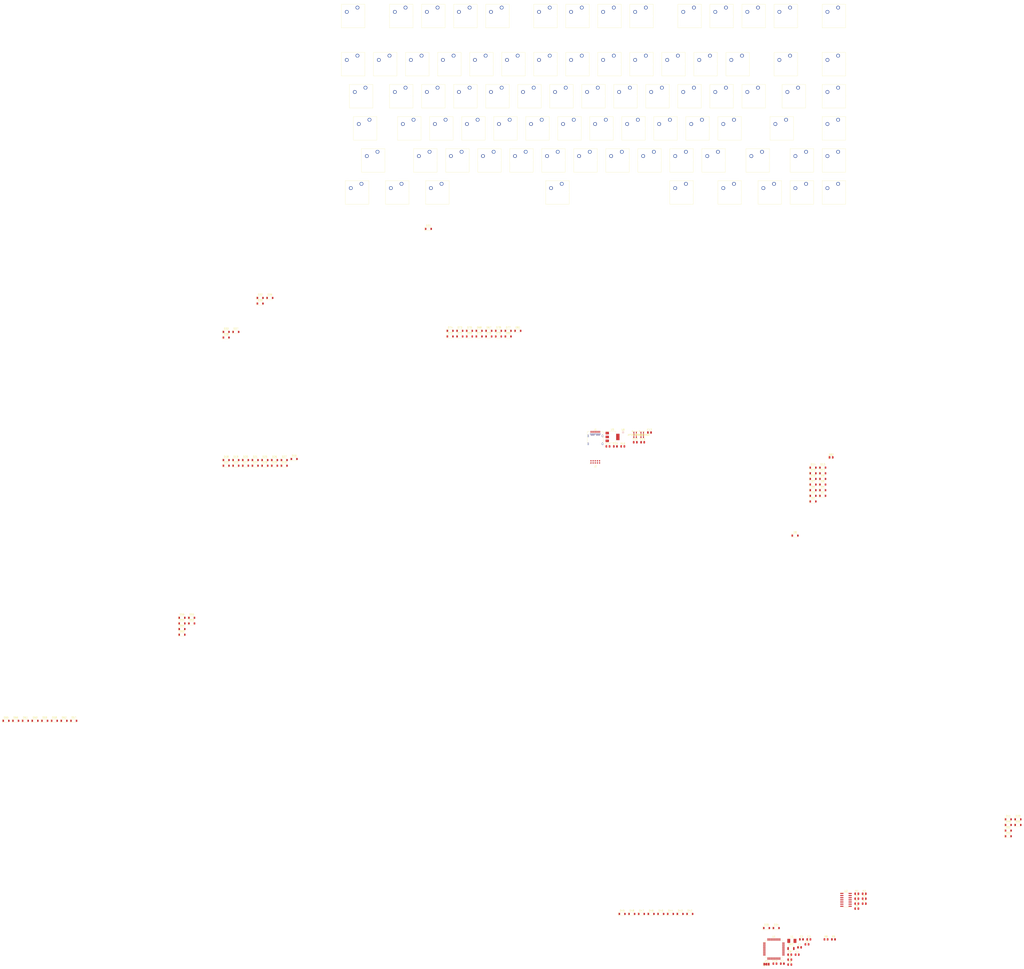
<source format=kicad_pcb>
(kicad_pcb (version 20171130) (host pcbnew 5.1.5-52549c5~84~ubuntu18.04.1)
  (layers (0 F.Cu signal) (31 B.Cu signal) (34 B.Paste user) (35 F.Paste user) (36 B.SilkS user) (37 F.SilkS user) (38 B.Mask user) (39 F.Mask user) (44 Edge.Cuts user))
  (net 0 "")
  (net 1 "Net-(D1-Pad2)")
  (net 2 "Net-(D2-Pad2)")
  (net 3 "Net-(D3-Pad2)")
  (net 4 "Net-(D4-Pad2)")
  (net 5 "Net-(D5-Pad2)")
  (net 6 "Net-(D6-Pad2)")
  (net 7 "Net-(D7-Pad2)")
  (net 8 "Net-(D8-Pad2)")
  (net 9 "Net-(D9-Pad2)")
  (net 10 "Net-(D10-Pad2)")
  (net 11 "Net-(D11-Pad2)")
  (net 12 "Net-(D12-Pad2)")
  (net 13 "Net-(D13-Pad2)")
  (net 14 "Net-(D14-Pad2)")
  (net 15 "Net-(D15-Pad2)")
  (net 16 "Net-(D16-Pad2)")
  (net 17 "Net-(D17-Pad2)")
  (net 18 "Net-(D18-Pad2)")
  (net 19 "Net-(D19-Pad2)")
  (net 20 "Net-(D20-Pad2)")
  (net 21 "Net-(D21-Pad2)")
  (net 22 "Net-(D22-Pad2)")
  (net 23 "Net-(D23-Pad2)")
  (net 24 "Net-(D24-Pad2)")
  (net 25 "Net-(D25-Pad2)")
  (net 26 "Net-(D26-Pad2)")
  (net 27 "Net-(D27-Pad2)")
  (net 28 "Net-(D28-Pad2)")
  (net 29 "Net-(D29-Pad2)")
  (net 30 "Net-(D30-Pad2)")
  (net 31 "Net-(D32-Pad2)")
  (net 32 "Net-(D34-Pad2)")
  (net 33 "Net-(D36-Pad2)")
  (net 34 "Net-(D38-Pad2)")
  (net 35 "Net-(D40-Pad2)")
  (net 36 "Net-(D42-Pad2)")
  (net 37 "Net-(D46-Pad2)")
  (net 38 "Net-(D47-Pad2)")
  (net 39 "Net-(D48-Pad2)")
  (net 40 "Net-(D49-Pad2)")
  (net 41 "Net-(D50-Pad2)")
  (net 42 "Net-(D51-Pad2)")
  (net 43 "Net-(D52-Pad2)")
  (net 44 "Net-(D53-Pad2)")
  (net 45 "Net-(D54-Pad2)")
  (net 46 "Net-(D55-Pad2)")
  (net 47 "Net-(D56-Pad2)")
  (net 48 "Net-(D57-Pad2)")
  (net 49 "Net-(D58-Pad2)")
  (net 50 "Net-(D59-Pad2)")
  (net 51 "Net-(D60-Pad2)")
  (net 52 "Net-(D61-Pad2)")
  (net 53 "Net-(D62-Pad2)")
  (net 54 "Net-(D63-Pad2)")
  (net 55 "Net-(D64-Pad2)")
  (net 56 "Net-(D65-Pad2)")
  (net 57 "Net-(D66-Pad2)")
  (net 58 "Net-(D67-Pad2)")
  (net 59 "Net-(D68-Pad2)")
  (net 60 "Net-(D69-Pad2)")
  (net 61 "Net-(D70-Pad2)")
  (net 62 "Net-(D71-Pad2)")
  (net 63 "Net-(D72-Pad2)")
  (net 64 "Net-(D73-Pad2)")
  (net 65 "Net-(D74-Pad2)")
  (net 66 "Net-(D75-Pad2)")
  (net 67 "Net-(D76-Pad2)")
  (net 68 "Net-(D77-Pad2)")
  (net 69 "Net-(D78-Pad2)")
  (net 70 "Net-(D79-Pad2)")
  (net 71 "Net-(D80-Pad2)")
  (net 72 "Net-(D81-Pad2)")
  (net 73 GND)
  (net 74 /R0)
  (net 75 /R1)
  (net 76 /R2)
  (net 77 /R3)
  (net 78 /R4)
  (net 79 /R5)
  (net 80 /C4)
  (net 81 /C3)
  (net 82 +3V3)
  (net 83 "Net-(U1-Pad23)")
  (net 84 /C10)
  (net 85 /C11)
  (net 86 /C12)
  (net 87 /C13)
  (net 88 /C14)
  (net 89 /SWCLK)
  (net 90 /SWDIO)
  (net 91 /C2)
  (net 92 /C1)
  (net 93 /C0)
  (net 94 /C5)
  (net 95 /C6)
  (net 96 /C7)
  (net 97 /C8)
  (net 98 /C9)
  (net 99 /~nRST)
  (net 100 /OSC_IN)
  (net 101 /OSC_OUT)
  (net 102 "Net-(D31-Pad2)")
  (net 103 "Net-(D33-Pad2)")
  (net 104 "Net-(D35-Pad2)")
  (net 105 "Net-(D37-Pad2)")
  (net 106 "Net-(D39-Pad2)")
  (net 107 "Net-(D41-Pad2)")
  (net 108 "Net-(D43-Pad2)")
  (net 109 "Net-(D44-Pad2)")
  (net 110 "Net-(D45-Pad2)")
  (net 111 "Net-(JP1-Pad2)")
  (net 112 /I2C1_SDA)
  (net 113 /I2C1_SCL)
  (net 114 "Net-(R4-Pad2)")
  (net 115 "Net-(R5-Pad2)")
  (net 116 "Net-(R6-Pad2)")
  (net 117 "Net-(R7-Pad2)")
  (net 118 "Net-(J1-PadB5)")
  (net 119 "Net-(J1-PadA5)")
  (net 120 "Net-(U1-Pad62)")
  (net 121 /PB5)
  (net 122 /PB4)
  (net 123 "Net-(U1-Pad54)")
  (net 124 "Net-(U1-Pad50)")
  (net 125 /D+)
  (net 126 /D-)
  (net 127 "Net-(U1-Pad43)")
  (net 128 +5V)
  (net 129 "Net-(U1-Pad41)")
  (net 130 "Net-(U1-Pad36)")
  (net 131 "Net-(U1-Pad35)")
  (net 132 "Net-(U1-Pad34)")
  (net 133 "Net-(U1-Pad33)")
  (net 134 "Net-(U1-Pad29)")
  (net 135 "Net-(U1-Pad28)")
  (net 136 "Net-(U1-Pad27)")
  (net 137 "Net-(U1-Pad26)")
  (net 138 "Net-(U1-Pad22)")
  (net 139 "Net-(U2-Pad11)")
  (net 140 "Net-(U2-Pad8)")
  (net 141 "Net-(U2-Pad4)")
  (net 142 /VCAP1)
  (net 143 "Net-(J1-PadB8)")
  (net 144 "Net-(J1-PadA8)")
  (net 145 /SWO)
  (net 146 "Net-(J2-Pad7)")
  (net 147 "Net-(J2-Pad8)")
  (net 148 /PB8)
  (net 149 "Net-(D82-Pad2)")
  (net 150 "Net-(U1-Pad4)")
  (net 151 "Net-(U3-Pad3)")
  (net 152 "Net-(U4-Pad3)")
  (module Button_Switch_Keyboard:SW_Cherry_MX_1.50u_PCB (layer F.Cu) (at 249.2375 152.4)
    (fp_text reference SW36 hide)
    (fp_text value Ctrl)
    (pad "" np_thru_hole circle (at 2.54 5.08) (size 1.7 1.7) (drill 1.7) (layers *.Cu *.Mask))
    (pad "" np_thru_hole circle (at -7.62 5.08) (size 1.7 1.7) (drill 1.7) (layers *.Cu *.Mask))
    (pad "" np_thru_hole circle (at -2.54 5.08) (size 4 4) (drill 4) (layers *.Cu *.Mask))
    (pad 2 thru_hole circle (at -6.35 2.54) (size 2.2 2.2) (drill 1.5) (layers *.Cu *.Mask) (net 104 "Net-(D35-Pad2)"))
    (pad 1 thru_hole circle (at 0 0) (size 2.2 2.2) (drill 1.5) (layers *.Cu *.Mask) (net 79 /R5))
  )
  (module Button_Switch_Keyboard:SW_Cherry_MX_1.50u_PCB (layer F.Cu) (at 220.6625 152.4)
    (fp_text reference SW35 hide)
    (fp_text value Alt)
    (pad "" np_thru_hole circle (at 2.54 5.08) (size 1.7 1.7) (drill 1.7) (layers *.Cu *.Mask))
    (pad "" np_thru_hole circle (at -7.62 5.08) (size 1.7 1.7) (drill 1.7) (layers *.Cu *.Mask))
    (pad "" np_thru_hole circle (at -2.54 5.08) (size 4 4) (drill 4) (layers *.Cu *.Mask))
    (pad 2 thru_hole circle (at -6.35 2.54) (size 2.2 2.2) (drill 1.5) (layers *.Cu *.Mask) (net 32 "Net-(D34-Pad2)"))
    (pad 1 thru_hole circle (at 0 0) (size 2.2 2.2) (drill 1.5) (layers *.Cu *.Mask) (net 79 /R5))
  )
  (module Crystal:Crystal_SMD_TXC_7A-2Pin_5x3.2mm (layer F.Cu) (at 283.66 602.45)
    (fp_text reference Y1 (at 0 -2.5) (layer F.SilkS))
    (fp_text value 8MHz)
    (pad 2 smd rect (at 1.85 0) (size 1.7 2.4) (layers F.Cu F.Paste F.Mask) (net 101 /OSC_OUT))
    (pad 1 smd rect (at -1.85 0) (size 1.7 2.4) (layers F.Cu F.Paste F.Mask) (net 100 /OSC_IN))
  )
  (module Package_SO:SOIC-14_3.9x8.7mm_P1.27mm (layer F.Cu) (at 315.83 578.06)
    (fp_text reference U2 (at 0 -5.28) (layer F.SilkS))
    (fp_text value TCA9543)
    (pad 14 smd roundrect (at 2.475 -3.81) (size 1.95 0.6) (layers F.Cu F.Paste F.Mask) (net 82 +3V3))
    (pad 13 smd roundrect (at 2.475 -2.54) (size 1.95 0.6) (layers F.Cu F.Paste F.Mask) (net 112 /I2C1_SDA))
    (pad 12 smd roundrect (at 2.475 -1.27) (size 1.95 0.6) (layers F.Cu F.Paste F.Mask) (net 113 /I2C1_SCL))
    (pad 11 smd roundrect (at 2.475 0) (size 1.95 0.6) (layers F.Cu F.Paste F.Mask) (net 139 "Net-(U2-Pad11)"))
    (pad 10 smd roundrect (at 2.475 1.27) (size 1.95 0.6) (layers F.Cu F.Paste F.Mask) (net 115 "Net-(R5-Pad2)"))
    (pad 9 smd roundrect (at 2.475 2.54) (size 1.95 0.6) (layers F.Cu F.Paste F.Mask) (net 117 "Net-(R7-Pad2)"))
    (pad 8 smd roundrect (at 2.475 3.81) (size 1.95 0.6) (layers F.Cu F.Paste F.Mask) (net 140 "Net-(U2-Pad8)"))
    (pad 7 smd roundrect (at -2.475 3.81) (size 1.95 0.6) (layers F.Cu F.Paste F.Mask) (net 73 GND))
    (pad 6 smd roundrect (at -2.475 2.54) (size 1.95 0.6) (layers F.Cu F.Paste F.Mask) (net 114 "Net-(R4-Pad2)"))
    (pad 5 smd roundrect (at -2.475 1.27) (size 1.95 0.6) (layers F.Cu F.Paste F.Mask) (net 116 "Net-(R6-Pad2)"))
    (pad 4 smd roundrect (at -2.475 0) (size 1.95 0.6) (layers F.Cu F.Paste F.Mask) (net 141 "Net-(U2-Pad4)"))
    (pad 3 smd roundrect (at -2.475 -1.27) (size 1.95 0.6) (layers F.Cu F.Paste F.Mask) (net 148 /PB8))
    (pad 2 smd roundrect (at -2.475 -2.54) (size 1.95 0.6) (layers F.Cu F.Paste F.Mask) (net 73 GND))
    (pad 1 smd roundrect (at -2.475 -3.81) (size 1.95 0.6) (layers F.Cu F.Paste F.Mask) (net 73 GND))
  )
  (module Package_QFP:LQFP-64_10x10mm_P0.5mm (layer F.Cu) (at 272.96 607.3)
    (fp_text reference U1 (at 0 -7.4) (layer F.SilkS))
    (fp_text value STM32F413RHTx)
    (pad 64 smd roundrect (at -3.75 -5.675) (size 0.3 1.55) (layers F.Cu F.Paste F.Mask) (net 82 +3V3))
    (pad 63 smd roundrect (at -3.25 -5.675) (size 0.3 1.55) (layers F.Cu F.Paste F.Mask) (net 73 GND))
    (pad 62 smd roundrect (at -2.75 -5.675) (size 0.3 1.55) (layers F.Cu F.Paste F.Mask) (net 120 "Net-(U1-Pad62)"))
    (pad 61 smd roundrect (at -2.25 -5.675) (size 0.3 1.55) (layers F.Cu F.Paste F.Mask) (net 148 /PB8))
    (pad 60 smd roundrect (at -1.75 -5.675) (size 0.3 1.55) (layers F.Cu F.Paste F.Mask) (net 111 "Net-(JP1-Pad2)"))
    (pad 59 smd roundrect (at -1.25 -5.675) (size 0.3 1.55) (layers F.Cu F.Paste F.Mask) (net 112 /I2C1_SDA))
    (pad 58 smd roundrect (at -0.75 -5.675) (size 0.3 1.55) (layers F.Cu F.Paste F.Mask) (net 113 /I2C1_SCL))
    (pad 57 smd roundrect (at -0.25 -5.675) (size 0.3 1.55) (layers F.Cu F.Paste F.Mask) (net 121 /PB5))
    (pad 56 smd roundrect (at 0.25 -5.675) (size 0.3 1.55) (layers F.Cu F.Paste F.Mask) (net 122 /PB4))
    (pad 55 smd roundrect (at 0.75 -5.675) (size 0.3 1.55) (layers F.Cu F.Paste F.Mask) (net 145 /SWO))
    (pad 54 smd roundrect (at 1.25 -5.675) (size 0.3 1.55) (layers F.Cu F.Paste F.Mask) (net 123 "Net-(U1-Pad54)"))
    (pad 53 smd roundrect (at 1.75 -5.675) (size 0.3 1.55) (layers F.Cu F.Paste F.Mask) (net 86 /C12))
    (pad 52 smd roundrect (at 2.25 -5.675) (size 0.3 1.55) (layers F.Cu F.Paste F.Mask) (net 85 /C11))
    (pad 51 smd roundrect (at 2.75 -5.675) (size 0.3 1.55) (layers F.Cu F.Paste F.Mask) (net 84 /C10))
    (pad 50 smd roundrect (at 3.25 -5.675) (size 0.3 1.55) (layers F.Cu F.Paste F.Mask) (net 124 "Net-(U1-Pad50)"))
    (pad 49 smd roundrect (at 3.75 -5.675) (size 0.3 1.55) (layers F.Cu F.Paste F.Mask) (net 89 /SWCLK))
    (pad 48 smd roundrect (at 5.675 -3.75) (size 1.55 0.3) (layers F.Cu F.Paste F.Mask) (net 82 +3V3))
    (pad 47 smd roundrect (at 5.675 -3.25) (size 1.55 0.3) (layers F.Cu F.Paste F.Mask) (net 73 GND))
    (pad 46 smd roundrect (at 5.675 -2.75) (size 1.55 0.3) (layers F.Cu F.Paste F.Mask) (net 90 /SWDIO))
    (pad 45 smd roundrect (at 5.675 -2.25) (size 1.55 0.3) (layers F.Cu F.Paste F.Mask) (net 125 /D+))
    (pad 44 smd roundrect (at 5.675 -1.75) (size 1.55 0.3) (layers F.Cu F.Paste F.Mask) (net 126 /D-))
    (pad 43 smd roundrect (at 5.675 -1.25) (size 1.55 0.3) (layers F.Cu F.Paste F.Mask) (net 127 "Net-(U1-Pad43)"))
    (pad 42 smd roundrect (at 5.675 -0.75) (size 1.55 0.3) (layers F.Cu F.Paste F.Mask) (net 128 +5V))
    (pad 41 smd roundrect (at 5.675 -0.25) (size 1.55 0.3) (layers F.Cu F.Paste F.Mask) (net 129 "Net-(U1-Pad41)"))
    (pad 40 smd roundrect (at 5.675 0.25) (size 1.55 0.3) (layers F.Cu F.Paste F.Mask) (net 98 /C9))
    (pad 39 smd roundrect (at 5.675 0.75) (size 1.55 0.3) (layers F.Cu F.Paste F.Mask) (net 97 /C8))
    (pad 38 smd roundrect (at 5.675 1.25) (size 1.55 0.3) (layers F.Cu F.Paste F.Mask) (net 96 /C7))
    (pad 37 smd roundrect (at 5.675 1.75) (size 1.55 0.3) (layers F.Cu F.Paste F.Mask) (net 95 /C6))
    (pad 36 smd roundrect (at 5.675 2.25) (size 1.55 0.3) (layers F.Cu F.Paste F.Mask) (net 130 "Net-(U1-Pad36)"))
    (pad 35 smd roundrect (at 5.675 2.75) (size 1.55 0.3) (layers F.Cu F.Paste F.Mask) (net 131 "Net-(U1-Pad35)"))
    (pad 34 smd roundrect (at 5.675 3.25) (size 1.55 0.3) (layers F.Cu F.Paste F.Mask) (net 132 "Net-(U1-Pad34)"))
    (pad 33 smd roundrect (at 5.675 3.75) (size 1.55 0.3) (layers F.Cu F.Paste F.Mask) (net 133 "Net-(U1-Pad33)"))
    (pad 32 smd roundrect (at 3.75 5.675) (size 0.3 1.55) (layers F.Cu F.Paste F.Mask) (net 82 +3V3))
    (pad 31 smd roundrect (at 3.25 5.675) (size 0.3 1.55) (layers F.Cu F.Paste F.Mask) (net 73 GND))
    (pad 30 smd roundrect (at 2.75 5.675) (size 0.3 1.55) (layers F.Cu F.Paste F.Mask) (net 142 /VCAP1))
    (pad 29 smd roundrect (at 2.25 5.675) (size 0.3 1.55) (layers F.Cu F.Paste F.Mask) (net 134 "Net-(U1-Pad29)"))
    (pad 28 smd roundrect (at 1.75 5.675) (size 0.3 1.55) (layers F.Cu F.Paste F.Mask) (net 135 "Net-(U1-Pad28)"))
    (pad 27 smd roundrect (at 1.25 5.675) (size 0.3 1.55) (layers F.Cu F.Paste F.Mask) (net 136 "Net-(U1-Pad27)"))
    (pad 26 smd roundrect (at 0.75 5.675) (size 0.3 1.55) (layers F.Cu F.Paste F.Mask) (net 137 "Net-(U1-Pad26)"))
    (pad 25 smd roundrect (at 0.25 5.675) (size 0.3 1.55) (layers F.Cu F.Paste F.Mask) (net 94 /C5))
    (pad 24 smd roundrect (at -0.25 5.675) (size 0.3 1.55) (layers F.Cu F.Paste F.Mask) (net 80 /C4))
    (pad 23 smd roundrect (at -0.75 5.675) (size 0.3 1.55) (layers F.Cu F.Paste F.Mask) (net 83 "Net-(U1-Pad23)"))
    (pad 22 smd roundrect (at -1.25 5.675) (size 0.3 1.55) (layers F.Cu F.Paste F.Mask) (net 138 "Net-(U1-Pad22)"))
    (pad 21 smd roundrect (at -1.75 5.675) (size 0.3 1.55) (layers F.Cu F.Paste F.Mask) (net 79 /R5))
    (pad 20 smd roundrect (at -2.25 5.675) (size 0.3 1.55) (layers F.Cu F.Paste F.Mask) (net 78 /R4))
    (pad 19 smd roundrect (at -2.75 5.675) (size 0.3 1.55) (layers F.Cu F.Paste F.Mask) (net 82 +3V3))
    (pad 18 smd roundrect (at -3.25 5.675) (size 0.3 1.55) (layers F.Cu F.Paste F.Mask) (net 73 GND))
    (pad 17 smd roundrect (at -3.75 5.675) (size 0.3 1.55) (layers F.Cu F.Paste F.Mask) (net 77 /R3))
    (pad 16 smd roundrect (at -5.675 3.75) (size 1.55 0.3) (layers F.Cu F.Paste F.Mask) (net 76 /R2))
    (pad 15 smd roundrect (at -5.675 3.25) (size 1.55 0.3) (layers F.Cu F.Paste F.Mask) (net 75 /R1))
    (pad 14 smd roundrect (at -5.675 2.75) (size 1.55 0.3) (layers F.Cu F.Paste F.Mask) (net 74 /R0))
    (pad 13 smd roundrect (at -5.675 2.25) (size 1.55 0.3) (layers F.Cu F.Paste F.Mask) (net 82 +3V3))
    (pad 12 smd roundrect (at -5.675 1.75) (size 1.55 0.3) (layers F.Cu F.Paste F.Mask) (net 73 GND))
    (pad 11 smd roundrect (at -5.675 1.25) (size 1.55 0.3) (layers F.Cu F.Paste F.Mask) (net 81 /C3))
    (pad 10 smd roundrect (at -5.675 0.75) (size 1.55 0.3) (layers F.Cu F.Paste F.Mask) (net 91 /C2))
    (pad 9 smd roundrect (at -5.675 0.25) (size 1.55 0.3) (layers F.Cu F.Paste F.Mask) (net 92 /C1))
    (pad 8 smd roundrect (at -5.675 -0.25) (size 1.55 0.3) (layers F.Cu F.Paste F.Mask) (net 93 /C0))
    (pad 7 smd roundrect (at -5.675 -0.75) (size 1.55 0.3) (layers F.Cu F.Paste F.Mask) (net 99 /~nRST))
    (pad 6 smd roundrect (at -5.675 -1.25) (size 1.55 0.3) (layers F.Cu F.Paste F.Mask) (net 101 /OSC_OUT))
    (pad 5 smd roundrect (at -5.675 -1.75) (size 1.55 0.3) (layers F.Cu F.Paste F.Mask) (net 100 /OSC_IN))
    (pad 4 smd roundrect (at -5.675 -2.25) (size 1.55 0.3) (layers F.Cu F.Paste F.Mask) (net 150 "Net-(U1-Pad4)"))
    (pad 3 smd roundrect (at -5.675 -2.75) (size 1.55 0.3) (layers F.Cu F.Paste F.Mask) (net 88 /C14))
    (pad 2 smd roundrect (at -5.675 -3.25) (size 1.55 0.3) (layers F.Cu F.Paste F.Mask) (net 87 /C13))
    (pad 1 smd roundrect (at -5.675 -3.75) (size 1.55 0.3) (layers F.Cu F.Paste F.Mask) (net 82 +3V3))
  )
  (module Button_Switch_SMD:SW_SPST_B3U-1000P (layer F.Cu) (at 283.11 607)
    (fp_text reference SW1 (at 0 -2.5) (layer F.SilkS))
    (fp_text value RST)
    (pad 2 smd rect (at 1.7 0) (size 0.9 1.7) (layers F.Cu F.Paste F.Mask) (net 73 GND))
    (pad 1 smd rect (at -1.7 0) (size 0.9 1.7) (layers F.Cu F.Paste F.Mask) (net 99 /~nRST))
  )
  (module Resistor_SMD:R_0805_2012Metric (layer F.Cu) (at 308.38 601.55)
    (fp_text reference R9 (at 0 -1.65) (layer F.SilkS))
    (fp_text value 5.1k)
    (pad 2 smd roundrect (at 0.9375 0) (size 0.975 1.4) (layers F.Cu F.Paste F.Mask) (net 73 GND))
    (pad 1 smd roundrect (at -0.9375 0) (size 0.975 1.4) (layers F.Cu F.Paste F.Mask) (net 119 "Net-(J1-PadA5)"))
  )
  (module Resistor_SMD:R_0805_2012Metric (layer F.Cu) (at 303.97 601.55)
    (fp_text reference R8 (at 0 -1.65) (layer F.SilkS))
    (fp_text value 5.1k)
    (pad 2 smd roundrect (at 0.9375 0) (size 0.975 1.4) (layers F.Cu F.Paste F.Mask) (net 73 GND))
    (pad 1 smd roundrect (at -0.9375 0) (size 0.975 1.4) (layers F.Cu F.Paste F.Mask) (net 118 "Net-(J1-PadB5)"))
  )
  (module Resistor_SMD:R_0805_2012Metric (layer F.Cu) (at 326.67 580.33)
    (fp_text reference R7 (at 0 -1.65) (layer F.SilkS))
    (fp_text value 4.7k)
    (pad 2 smd roundrect (at 0.9375 0) (size 0.975 1.4) (layers F.Cu F.Paste F.Mask) (net 117 "Net-(R7-Pad2)"))
    (pad 1 smd roundrect (at -0.9375 0) (size 0.975 1.4) (layers F.Cu F.Paste F.Mask) (net 82 +3V3))
  )
  (module Resistor_SMD:R_0805_2012Metric (layer F.Cu) (at 322.26 583.28)
    (fp_text reference R6 (at 0 -1.65) (layer F.SilkS))
    (fp_text value 4.7k)
    (pad 2 smd roundrect (at 0.9375 0) (size 0.975 1.4) (layers F.Cu F.Paste F.Mask) (net 116 "Net-(R6-Pad2)"))
    (pad 1 smd roundrect (at -0.9375 0) (size 0.975 1.4) (layers F.Cu F.Paste F.Mask) (net 82 +3V3))
  )
  (module Resistor_SMD:R_0805_2012Metric (layer F.Cu) (at 326.67 577.38)
    (fp_text reference R5 (at 0 -1.65) (layer F.SilkS))
    (fp_text value 4.7k)
    (pad 2 smd roundrect (at 0.9375 0) (size 0.975 1.4) (layers F.Cu F.Paste F.Mask) (net 115 "Net-(R5-Pad2)"))
    (pad 1 smd roundrect (at -0.9375 0) (size 0.975 1.4) (layers F.Cu F.Paste F.Mask) (net 82 +3V3))
  )
  (module Resistor_SMD:R_0805_2012Metric (layer F.Cu) (at 322.26 580.33)
    (fp_text reference R4 (at 0 -1.65) (layer F.SilkS))
    (fp_text value 4.7k)
    (pad 2 smd roundrect (at 0.9375 0) (size 0.975 1.4) (layers F.Cu F.Paste F.Mask) (net 114 "Net-(R4-Pad2)"))
    (pad 1 smd roundrect (at -0.9375 0) (size 0.975 1.4) (layers F.Cu F.Paste F.Mask) (net 82 +3V3))
  )
  (module Resistor_SMD:R_0805_2012Metric (layer F.Cu) (at 326.67 574.43)
    (fp_text reference R3 (at 0 -1.65) (layer F.SilkS))
    (fp_text value 4.7k)
    (pad 2 smd roundrect (at 0.9375 0) (size 0.975 1.4) (layers F.Cu F.Paste F.Mask) (net 113 /I2C1_SCL))
    (pad 1 smd roundrect (at -0.9375 0) (size 0.975 1.4) (layers F.Cu F.Paste F.Mask) (net 82 +3V3))
  )
  (module Resistor_SMD:R_0805_2012Metric (layer F.Cu) (at 322.26 577.38)
    (fp_text reference R2 (at 0 -1.65) (layer F.SilkS))
    (fp_text value 4.7k)
    (pad 2 smd roundrect (at 0.9375 0) (size 0.975 1.4) (layers F.Cu F.Paste F.Mask) (net 112 /I2C1_SDA))
    (pad 1 smd roundrect (at -0.9375 0) (size 0.975 1.4) (layers F.Cu F.Paste F.Mask) (net 82 +3V3))
  )
  (module Resistor_SMD:R_0805_2012Metric (layer F.Cu) (at 322.26 574.43)
    (fp_text reference R1 (at 0 -1.65) (layer F.SilkS))
    (fp_text value 10k)
    (pad 2 smd roundrect (at 0.9375 0) (size 0.975 1.4) (layers F.Cu F.Paste F.Mask) (net 148 /PB8))
    (pad 1 smd roundrect (at -0.9375 0) (size 0.975 1.4) (layers F.Cu F.Paste F.Mask) (net 82 +3V3))
  )
  (module Jumper:SolderJumper-3_P1.3mm_Bridged12_Pad1.0x1.5mm (layer F.Cu) (at 268.56 616.3)
    (fp_text reference JP1 (at 0 -1.8) (layer F.SilkS))
    (fp_text value BootJumper)
    (fp_poly (pts (xy -0.9 -0.3) (xy -0.4 -0.3) (xy -0.4 0.3) (xy -0.9 0.3)) (layer F.Cu) (width 0))
    (pad 2 smd rect (at 0 0) (size 1 1.5) (layers F.Cu F.Mask) (net 111 "Net-(JP1-Pad2)"))
    (pad 3 smd rect (at 1.3 0) (size 1 1.5) (layers F.Cu F.Mask) (net 82 +3V3))
    (pad 1 smd rect (at -1.3 0) (size 1 1.5) (layers F.Cu F.Mask) (net 73 GND))
  )
  (module Diode_SMD:D_SOD-123 (layer F.Cu) (at 268.61 594.83)
    (fp_text reference D35 (at 0 -2) (layer F.SilkS))
    (fp_text value 1N4148W)
    (pad 2 smd rect (at 1.65 0) (size 0.9 1.2) (layers F.Cu F.Paste F.Mask) (net 104 "Net-(D35-Pad2)"))
    (pad 1 smd rect (at -1.65 0) (size 0.9 1.2) (layers F.Cu F.Paste F.Mask) (net 94 /C5))
  )
  (module Diode_SMD:D_SOD-123 (layer F.Cu) (at 274.36 594.83)
    (fp_text reference D34 (at 0 -2) (layer F.SilkS))
    (fp_text value 1N4148W)
    (pad 2 smd rect (at 1.65 0) (size 0.9 1.2) (layers F.Cu F.Paste F.Mask) (net 32 "Net-(D34-Pad2)"))
    (pad 1 smd rect (at -1.65 0) (size 0.9 1.2) (layers F.Cu F.Paste F.Mask) (net 80 /C4))
  )
  (module Capacitor_SMD:C_0805_2012Metric (layer F.Cu) (at 273.59 616)
    (fp_text reference C10 (at 0 -1.65) (layer F.SilkS))
    (fp_text value 1u)
    (pad 2 smd roundrect (at 0.9375 0) (size 0.975 1.4) (layers F.Cu F.Paste F.Mask) (net 82 +3V3))
    (pad 1 smd roundrect (at -0.9375 0) (size 0.975 1.4) (layers F.Cu F.Paste F.Mask) (net 73 GND))
  )
  (module Capacitor_SMD:C_0805_2012Metric (layer F.Cu) (at 282.39 610.65)
    (fp_text reference C9 (at 0 -1.65) (layer F.SilkS))
    (fp_text value 0.1u)
    (pad 2 smd roundrect (at 0.9375 0) (size 0.975 1.4) (layers F.Cu F.Paste F.Mask) (net 99 /~nRST))
    (pad 1 smd roundrect (at -0.9375 0) (size 0.975 1.4) (layers F.Cu F.Paste F.Mask) (net 73 GND))
  )
  (module Capacitor_SMD:C_0805_2012Metric (layer F.Cu) (at 282.41 616.55)
    (fp_text reference C8 (at 0 -1.65) (layer F.SilkS))
    (fp_text value 0.1u)
    (pad 2 smd roundrect (at 0.9375 0) (size 0.975 1.4) (layers F.Cu F.Paste F.Mask) (net 82 +3V3))
    (pad 1 smd roundrect (at -0.9375 0) (size 0.975 1.4) (layers F.Cu F.Paste F.Mask) (net 73 GND))
  )
  (module Capacitor_SMD:C_0805_2012Metric (layer F.Cu) (at 288.24 606.3)
    (fp_text reference C7 (at 0 -1.65) (layer F.SilkS))
    (fp_text value 4.7u)
    (pad 2 smd roundrect (at 0.9375 0) (size 0.975 1.4) (layers F.Cu F.Paste F.Mask) (net 82 +3V3))
    (pad 1 smd roundrect (at -0.9375 0) (size 0.975 1.4) (layers F.Cu F.Paste F.Mask) (net 73 GND))
  )
  (module Capacitor_SMD:C_0805_2012Metric (layer F.Cu) (at 282.41 613.6)
    (fp_text reference C6 (at 0 -1.65) (layer F.SilkS))
    (fp_text value 15pF)
    (pad 2 smd roundrect (at 0.9375 0) (size 0.975 1.4) (layers F.Cu F.Paste F.Mask) (net 73 GND))
    (pad 1 smd roundrect (at -0.9375 0) (size 0.975 1.4) (layers F.Cu F.Paste F.Mask) (net 101 /OSC_OUT))
  )
  (module Capacitor_SMD:C_0805_2012Metric (layer F.Cu) (at 292.65 604.5)
    (fp_text reference C5 (at 0 -1.65) (layer F.SilkS))
    (fp_text value 0.1u)
    (pad 2 smd roundrect (at 0.9375 0) (size 0.975 1.4) (layers F.Cu F.Paste F.Mask) (net 82 +3V3))
    (pad 1 smd roundrect (at -0.9375 0) (size 0.975 1.4) (layers F.Cu F.Paste F.Mask) (net 73 GND))
  )
  (module Capacitor_SMD:C_0805_2012Metric (layer F.Cu) (at 286.8 610.65)
    (fp_text reference C4 (at 0 -1.65) (layer F.SilkS))
    (fp_text value 15pF)
    (pad 2 smd roundrect (at 0.9375 0) (size 0.975 1.4) (layers F.Cu F.Paste F.Mask) (net 73 GND))
    (pad 1 smd roundrect (at -0.9375 0) (size 0.975 1.4) (layers F.Cu F.Paste F.Mask) (net 100 /OSC_IN))
  )
  (module Capacitor_SMD:C_0805_2012Metric (layer F.Cu) (at 293.75 601.55)
    (fp_text reference C3 (at 0 -1.65) (layer F.SilkS))
    (fp_text value 0.1u)
    (pad 2 smd roundrect (at 0.9375 0) (size 0.975 1.4) (layers F.Cu F.Paste F.Mask) (net 82 +3V3))
    (pad 1 smd roundrect (at -0.9375 0) (size 0.975 1.4) (layers F.Cu F.Paste F.Mask) (net 73 GND))
  )
  (module Capacitor_SMD:C_0805_2012Metric (layer F.Cu) (at 289.34 601.55)
    (fp_text reference C2 (at 0 -1.65) (layer F.SilkS))
    (fp_text value 0.1u)
    (pad 2 smd roundrect (at 0.9375 0) (size 0.975 1.4) (layers F.Cu F.Paste F.Mask) (net 82 +3V3))
    (pad 1 smd roundrect (at -0.9375 0) (size 0.975 1.4) (layers F.Cu F.Paste F.Mask) (net 73 GND))
  )
  (module Capacitor_SMD:C_0805_2012Metric (layer F.Cu) (at 278 616)
    (fp_text reference C1 (at 0 -1.65) (layer F.SilkS))
    (fp_text value 4.7u)
    (pad 2 smd roundrect (at 0.9375 0) (size 0.975 1.4) (layers F.Cu F.Paste F.Mask) (net 142 /VCAP1))
    (pad 1 smd roundrect (at -0.9375 0) (size 0.975 1.4) (layers F.Cu F.Paste F.Mask) (net 73 GND))
  )
  (module Diode_SMD:D_SOD-123 (layer F.Cu) (at 302.005001 337.865001)
    (fp_text reference D1 (at 0 -2) (layer F.SilkS))
    (fp_text value 1N4148W)
    (pad 2 smd rect (at 1.65 0) (size 0.9 1.2) (layers F.Cu F.Paste F.Mask) (net 1 "Net-(D1-Pad2)"))
    (pad 1 smd rect (at -1.65 0) (size 0.9 1.2) (layers F.Cu F.Paste F.Mask) (net 93 /C0))
  )
  (module Diode_SMD:D_SOD-123 (layer F.Cu) (at 296.255001 341.215001)
    (fp_text reference D2 (at 0 -2) (layer F.SilkS))
    (fp_text value 1N4148W)
    (pad 2 smd rect (at 1.65 0) (size 0.9 1.2) (layers F.Cu F.Paste F.Mask) (net 2 "Net-(D2-Pad2)"))
    (pad 1 smd rect (at -1.65 0) (size 0.9 1.2) (layers F.Cu F.Paste F.Mask) (net 97 /C8))
  )
  (module Diode_SMD:D_SOD-123 (layer F.Cu) (at 296.255001 337.865001)
    (fp_text reference D3 (at 0 -2) (layer F.SilkS))
    (fp_text value 1N4148W)
    (pad 1 smd rect (at -1.65 0) (size 0.9 1.2) (layers F.Cu F.Paste F.Mask) (net 92 /C1))
    (pad 2 smd rect (at 1.65 0) (size 0.9 1.2) (layers F.Cu F.Paste F.Mask) (net 3 "Net-(D3-Pad2)"))
  )
  (module Diode_SMD:D_SOD-123 (layer F.Cu) (at 302.005001 334.515001)
    (fp_text reference D4 (at 0 -2) (layer F.SilkS))
    (fp_text value 1N4148W)
    (pad 1 smd rect (at -1.65 0) (size 0.9 1.2) (layers F.Cu F.Paste F.Mask) (net 98 /C9))
    (pad 2 smd rect (at 1.65 0) (size 0.9 1.2) (layers F.Cu F.Paste F.Mask) (net 4 "Net-(D4-Pad2)"))
  )
  (module Diode_SMD:D_SOD-123 (layer F.Cu) (at 296.255001 334.515001)
    (fp_text reference D5 (at 0 -2) (layer F.SilkS))
    (fp_text value 1N4148W)
    (pad 1 smd rect (at -1.65 0) (size 0.9 1.2) (layers F.Cu F.Paste F.Mask) (net 91 /C2))
    (pad 2 smd rect (at 1.65 0) (size 0.9 1.2) (layers F.Cu F.Paste F.Mask) (net 5 "Net-(D5-Pad2)"))
  )
  (module Diode_SMD:D_SOD-123 (layer F.Cu) (at 302.005001 331.165001)
    (fp_text reference D6 (at 0 -2) (layer F.SilkS))
    (fp_text value 1N4148W)
    (pad 1 smd rect (at -1.65 0) (size 0.9 1.2) (layers F.Cu F.Paste F.Mask) (net 84 /C10))
    (pad 2 smd rect (at 1.65 0) (size 0.9 1.2) (layers F.Cu F.Paste F.Mask) (net 6 "Net-(D6-Pad2)"))
  )
  (module Diode_SMD:D_SOD-123 (layer F.Cu) (at 296.255001 331.165001)
    (fp_text reference D7 (at 0 -2) (layer F.SilkS))
    (fp_text value 1N4148W)
    (pad 2 smd rect (at 1.65 0) (size 0.9 1.2) (layers F.Cu F.Paste F.Mask) (net 7 "Net-(D7-Pad2)"))
    (pad 1 smd rect (at -1.65 0) (size 0.9 1.2) (layers F.Cu F.Paste F.Mask) (net 81 /C3))
  )
  (module Diode_SMD:D_SOD-123 (layer F.Cu) (at 285.580001 361.515001)
    (fp_text reference D8 (at 0 -2) (layer F.SilkS))
    (fp_text value 1N4148W)
    (pad 2 smd rect (at 1.65 0) (size 0.9 1.2) (layers F.Cu F.Paste F.Mask) (net 8 "Net-(D8-Pad2)"))
    (pad 1 smd rect (at -1.65 0) (size 0.9 1.2) (layers F.Cu F.Paste F.Mask) (net 85 /C11))
  )
  (module Diode_SMD:D_SOD-123 (layer F.Cu) (at 302.005001 327.815001)
    (fp_text reference D9 (at 0 -2) (layer F.SilkS))
    (fp_text value 1N4148W)
    (pad 2 smd rect (at 1.65 0) (size 0.9 1.2) (layers F.Cu F.Paste F.Mask) (net 9 "Net-(D9-Pad2)"))
    (pad 1 smd rect (at -1.65 0) (size 0.9 1.2) (layers F.Cu F.Paste F.Mask) (net 80 /C4))
  )
  (module Diode_SMD:D_SOD-123 (layer F.Cu) (at 296.255001 327.815001)
    (fp_text reference D10 (at 0 -2) (layer F.SilkS))
    (fp_text value 1N4148W)
    (pad 2 smd rect (at 1.65 0) (size 0.9 1.2) (layers F.Cu F.Paste F.Mask) (net 10 "Net-(D10-Pad2)"))
    (pad 1 smd rect (at -1.65 0) (size 0.9 1.2) (layers F.Cu F.Paste F.Mask) (net 86 /C12))
  )
  (module Diode_SMD:D_SOD-123 (layer F.Cu) (at 302.005001 324.465001)
    (fp_text reference D11 (at 0 -2) (layer F.SilkS))
    (fp_text value 1N4148W)
    (pad 1 smd rect (at -1.65 0) (size 0.9 1.2) (layers F.Cu F.Paste F.Mask) (net 94 /C5))
    (pad 2 smd rect (at 1.65 0) (size 0.9 1.2) (layers F.Cu F.Paste F.Mask) (net 11 "Net-(D11-Pad2)"))
  )
  (module Diode_SMD:D_SOD-123 (layer F.Cu) (at 296.255001 324.465001)
    (fp_text reference D12 (at 0 -2) (layer F.SilkS))
    (fp_text value 1N4148W)
    (pad 1 smd rect (at -1.65 0) (size 0.9 1.2) (layers F.Cu F.Paste F.Mask) (net 87 /C13))
    (pad 2 smd rect (at 1.65 0) (size 0.9 1.2) (layers F.Cu F.Paste F.Mask) (net 12 "Net-(D12-Pad2)"))
  )
  (module Diode_SMD:D_SOD-123 (layer F.Cu) (at 302.005001 321.115001)
    (fp_text reference D13 (at 0 -2) (layer F.SilkS))
    (fp_text value 1N4148W)
    (pad 1 smd rect (at -1.65 0) (size 0.9 1.2) (layers F.Cu F.Paste F.Mask) (net 95 /C6))
    (pad 2 smd rect (at 1.65 0) (size 0.9 1.2) (layers F.Cu F.Paste F.Mask) (net 13 "Net-(D13-Pad2)"))
  )
  (module Diode_SMD:D_SOD-123 (layer F.Cu) (at 296.255001 321.115001)
    (fp_text reference D14 (at 0 -2) (layer F.SilkS))
    (fp_text value 1N4148W)
    (pad 2 smd rect (at 1.65 0) (size 0.9 1.2) (layers F.Cu F.Paste F.Mask) (net 14 "Net-(D14-Pad2)"))
    (pad 1 smd rect (at -1.65 0) (size 0.9 1.2) (layers F.Cu F.Paste F.Mask) (net 96 /C7))
  )
  (module Diode_SMD:D_SOD-123 (layer F.Cu) (at -18.124999 319.965001)
    (fp_text reference D15 (at 0 -2) (layer F.SilkS))
    (fp_text value 1N4148W)
    (pad 1 smd rect (at -1.65 0) (size 0.9 1.2) (layers F.Cu F.Paste F.Mask) (net 93 /C0))
    (pad 2 smd rect (at 1.65 0) (size 0.9 1.2) (layers F.Cu F.Paste F.Mask) (net 15 "Net-(D15-Pad2)"))
  )
  (module Diode_SMD:D_SOD-123 (layer F.Cu) (at -12.224999 315.975001)
    (fp_text reference D16 (at 0 -2) (layer F.SilkS))
    (fp_text value 1N4148W)
    (pad 2 smd rect (at 1.65 0) (size 0.9 1.2) (layers F.Cu F.Paste F.Mask) (net 16 "Net-(D16-Pad2)"))
    (pad 1 smd rect (at -1.65 0) (size 0.9 1.2) (layers F.Cu F.Paste F.Mask) (net 97 /C8))
  )
  (module Diode_SMD:D_SOD-123 (layer F.Cu) (at -41.124999 319.965001)
    (fp_text reference D17 (at 0 -2) (layer F.SilkS))
    (fp_text value 1N4148W)
    (pad 1 smd rect (at -1.65 0) (size 0.9 1.2) (layers F.Cu F.Paste F.Mask) (net 92 /C1))
    (pad 2 smd rect (at 1.65 0) (size 0.9 1.2) (layers F.Cu F.Paste F.Mask) (net 17 "Net-(D17-Pad2)"))
  )
  (module Diode_SMD:D_SOD-123 (layer F.Cu) (at -52.624999 316.615001)
    (fp_text reference D18 (at 0 -2) (layer F.SilkS))
    (fp_text value 1N4148W)
    (pad 1 smd rect (at -1.65 0) (size 0.9 1.2) (layers F.Cu F.Paste F.Mask) (net 98 /C9))
    (pad 2 smd rect (at 1.65 0) (size 0.9 1.2) (layers F.Cu F.Paste F.Mask) (net 18 "Net-(D18-Pad2)"))
  )
  (module Diode_SMD:D_SOD-123 (layer F.Cu) (at -46.874999 316.615001)
    (fp_text reference D19 (at 0 -2) (layer F.SilkS))
    (fp_text value 1N4148W)
    (pad 1 smd rect (at -1.65 0) (size 0.9 1.2) (layers F.Cu F.Paste F.Mask) (net 91 /C2))
    (pad 2 smd rect (at 1.65 0) (size 0.9 1.2) (layers F.Cu F.Paste F.Mask) (net 19 "Net-(D19-Pad2)"))
  )
  (module Diode_SMD:D_SOD-123 (layer F.Cu) (at -41.124999 316.615001)
    (fp_text reference D20 (at 0 -2) (layer F.SilkS))
    (fp_text value 1N4148W)
    (pad 1 smd rect (at -1.65 0) (size 0.9 1.2) (layers F.Cu F.Paste F.Mask) (net 84 /C10))
    (pad 2 smd rect (at 1.65 0) (size 0.9 1.2) (layers F.Cu F.Paste F.Mask) (net 20 "Net-(D20-Pad2)"))
  )
  (module Diode_SMD:D_SOD-123 (layer F.Cu) (at -35.374999 316.615001)
    (fp_text reference D21 (at 0 -2) (layer F.SilkS))
    (fp_text value 1N4148W)
    (pad 1 smd rect (at -1.65 0) (size 0.9 1.2) (layers F.Cu F.Paste F.Mask) (net 81 /C3))
    (pad 2 smd rect (at 1.65 0) (size 0.9 1.2) (layers F.Cu F.Paste F.Mask) (net 21 "Net-(D21-Pad2)"))
  )
  (module Diode_SMD:D_SOD-123 (layer F.Cu) (at -52.624999 319.965001)
    (fp_text reference D22 (at 0 -2) (layer F.SilkS))
    (fp_text value 1N4148W)
    (pad 2 smd rect (at 1.65 0) (size 0.9 1.2) (layers F.Cu F.Paste F.Mask) (net 22 "Net-(D22-Pad2)"))
    (pad 1 smd rect (at -1.65 0) (size 0.9 1.2) (layers F.Cu F.Paste F.Mask) (net 85 /C11))
  )
  (module Diode_SMD:D_SOD-123 (layer F.Cu) (at -46.874999 319.965001)
    (fp_text reference D23 (at 0 -2) (layer F.SilkS))
    (fp_text value 1N4148W)
    (pad 2 smd rect (at 1.65 0) (size 0.9 1.2) (layers F.Cu F.Paste F.Mask) (net 23 "Net-(D23-Pad2)"))
    (pad 1 smd rect (at -1.65 0) (size 0.9 1.2) (layers F.Cu F.Paste F.Mask) (net 80 /C4))
  )
  (module Diode_SMD:D_SOD-123 (layer F.Cu) (at -35.374999 319.965001)
    (fp_text reference D24 (at 0 -2) (layer F.SilkS))
    (fp_text value 1N4148W)
    (pad 2 smd rect (at 1.65 0) (size 0.9 1.2) (layers F.Cu F.Paste F.Mask) (net 24 "Net-(D24-Pad2)"))
    (pad 1 smd rect (at -1.65 0) (size 0.9 1.2) (layers F.Cu F.Paste F.Mask) (net 86 /C12))
  )
  (module Diode_SMD:D_SOD-123 (layer F.Cu) (at -29.624999 316.615001)
    (fp_text reference D25 (at 0 -2) (layer F.SilkS))
    (fp_text value 1N4148W)
    (pad 1 smd rect (at -1.65 0) (size 0.9 1.2) (layers F.Cu F.Paste F.Mask) (net 94 /C5))
    (pad 2 smd rect (at 1.65 0) (size 0.9 1.2) (layers F.Cu F.Paste F.Mask) (net 25 "Net-(D25-Pad2)"))
  )
  (module Diode_SMD:D_SOD-123 (layer F.Cu) (at -23.874999 316.615001)
    (fp_text reference D26 (at 0 -2) (layer F.SilkS))
    (fp_text value 1N4148W)
    (pad 1 smd rect (at -1.65 0) (size 0.9 1.2) (layers F.Cu F.Paste F.Mask) (net 87 /C13))
    (pad 2 smd rect (at 1.65 0) (size 0.9 1.2) (layers F.Cu F.Paste F.Mask) (net 26 "Net-(D26-Pad2)"))
  )
  (module Diode_SMD:D_SOD-123 (layer F.Cu) (at -18.124999 316.615001)
    (fp_text reference D27 (at 0 -2) (layer F.SilkS))
    (fp_text value 1N4148W)
    (pad 1 smd rect (at -1.65 0) (size 0.9 1.2) (layers F.Cu F.Paste F.Mask) (net 95 /C6))
    (pad 2 smd rect (at 1.65 0) (size 0.9 1.2) (layers F.Cu F.Paste F.Mask) (net 27 "Net-(D27-Pad2)"))
  )
  (module Diode_SMD:D_SOD-123 (layer F.Cu) (at -29.624999 319.965001)
    (fp_text reference D28 (at 0 -2) (layer F.SilkS))
    (fp_text value 1N4148W)
    (pad 1 smd rect (at -1.65 0) (size 0.9 1.2) (layers F.Cu F.Paste F.Mask) (net 88 /C14))
    (pad 2 smd rect (at 1.65 0) (size 0.9 1.2) (layers F.Cu F.Paste F.Mask) (net 28 "Net-(D28-Pad2)"))
  )
  (module Diode_SMD:D_SOD-123 (layer F.Cu) (at -23.874999 319.965001)
    (fp_text reference D29 (at 0 -2) (layer F.SilkS))
    (fp_text value 1N4148W)
    (pad 2 smd rect (at 1.65 0) (size 0.9 1.2) (layers F.Cu F.Paste F.Mask) (net 29 "Net-(D29-Pad2)"))
    (pad 1 smd rect (at -1.65 0) (size 0.9 1.2) (layers F.Cu F.Paste F.Mask) (net 96 /C7))
  )
  (module Diode_SMD:D_SOD-123 (layer F.Cu) (at -32.424999 223.565001)
    (fp_text reference D30 (at 0 -2) (layer F.SilkS))
    (fp_text value 1N4148W)
    (pad 2 smd rect (at 1.65 0) (size 0.9 1.2) (layers F.Cu F.Paste F.Mask) (net 30 "Net-(D30-Pad2)"))
    (pad 1 smd rect (at -1.65 0) (size 0.9 1.2) (layers F.Cu F.Paste F.Mask) (net 93 /C0))
  )
  (module Diode_SMD:D_SOD-123 (layer F.Cu) (at 67.585001 179.175001)
    (fp_text reference D31 (at 0 -2) (layer F.SilkS))
    (fp_text value 1N4148W)
    (pad 1 smd rect (at -1.65 0) (size 0.9 1.2) (layers F.Cu F.Paste F.Mask) (net 92 /C1))
    (pad 2 smd rect (at 1.65 0) (size 0.9 1.2) (layers F.Cu F.Paste F.Mask) (net 102 "Net-(D31-Pad2)"))
  )
  (module Diode_SMD:D_SOD-123 (layer F.Cu) (at -32.424999 220.215001)
    (fp_text reference D32 (at 0 -2) (layer F.SilkS))
    (fp_text value 1N4148W)
    (pad 1 smd rect (at -1.65 0) (size 0.9 1.2) (layers F.Cu F.Paste F.Mask) (net 91 /C2))
    (pad 2 smd rect (at 1.65 0) (size 0.9 1.2) (layers F.Cu F.Paste F.Mask) (net 31 "Net-(D32-Pad2)"))
  )
  (module Diode_SMD:D_SOD-123 (layer F.Cu) (at -52.624999 240.415001)
    (fp_text reference D33 (at 0 -2) (layer F.SilkS))
    (fp_text value 1N4148W)
    (pad 1 smd rect (at -1.65 0) (size 0.9 1.2) (layers F.Cu F.Paste F.Mask) (net 81 /C3))
    (pad 2 smd rect (at 1.65 0) (size 0.9 1.2) (layers F.Cu F.Paste F.Mask) (net 103 "Net-(D33-Pad2)"))
  )
  (module Diode_SMD:D_SOD-123 (layer F.Cu) (at -26.674999 220.215001)
    (fp_text reference D36 (at 0 -2) (layer F.SilkS))
    (fp_text value 1N4148W)
    (pad 1 smd rect (at -1.65 0) (size 0.9 1.2) (layers F.Cu F.Paste F.Mask) (net 95 /C6))
    (pad 2 smd rect (at 1.65 0) (size 0.9 1.2) (layers F.Cu F.Paste F.Mask) (net 33 "Net-(D36-Pad2)"))
  )
  (module Diode_SMD:D_SOD-123 (layer F.Cu) (at -46.874999 240.415001)
    (fp_text reference D37 (at 0 -2) (layer F.SilkS))
    (fp_text value 1N4148W)
    (pad 2 smd rect (at 1.65 0) (size 0.9 1.2) (layers F.Cu F.Paste F.Mask) (net 105 "Net-(D37-Pad2)"))
    (pad 1 smd rect (at -1.65 0) (size 0.9 1.2) (layers F.Cu F.Paste F.Mask) (net 96 /C7))
  )
  (module Diode_SMD:D_SOD-123 (layer F.Cu) (at -52.624999 243.765001)
    (fp_text reference D38 (at 0 -2) (layer F.SilkS))
    (fp_text value 1N4148W)
    (pad 2 smd rect (at 1.65 0) (size 0.9 1.2) (layers F.Cu F.Paste F.Mask) (net 34 "Net-(D38-Pad2)"))
    (pad 1 smd rect (at -1.65 0) (size 0.9 1.2) (layers F.Cu F.Paste F.Mask) (net 97 /C8))
  )
  (module Diode_SMD:D_SOD-123 (layer F.Cu) (at 418.075001 530.185001)
    (fp_text reference D39 (at 0 -2) (layer F.SilkS))
    (fp_text value 1N4148W)
    (pad 1 smd rect (at -1.65 0) (size 0.9 1.2) (layers F.Cu F.Paste F.Mask) (net 93 /C0))
    (pad 2 smd rect (at 1.65 0) (size 0.9 1.2) (layers F.Cu F.Paste F.Mask) (net 106 "Net-(D39-Pad2)"))
  )
  (module Diode_SMD:D_SOD-123 (layer F.Cu) (at 205.755001 586.425001)
    (fp_text reference D40 (at 0 -2) (layer F.SilkS))
    (fp_text value 1N4148W)
    (pad 1 smd rect (at -1.65 0) (size 0.9 1.2) (layers F.Cu F.Paste F.Mask) (net 97 /C8))
    (pad 2 smd rect (at 1.65 0) (size 0.9 1.2) (layers F.Cu F.Paste F.Mask) (net 35 "Net-(D40-Pad2)"))
  )
  (module Diode_SMD:D_SOD-123 (layer F.Cu) (at 412.325001 530.185001)
    (fp_text reference D41 (at 0 -2) (layer F.SilkS))
    (fp_text value 1N4148W)
    (pad 2 smd rect (at 1.65 0) (size 0.9 1.2) (layers F.Cu F.Paste F.Mask) (net 107 "Net-(D41-Pad2)"))
    (pad 1 smd rect (at -1.65 0) (size 0.9 1.2) (layers F.Cu F.Paste F.Mask) (net 92 /C1))
  )
  (module Diode_SMD:D_SOD-123 (layer F.Cu) (at 223.005001 586.425001)
    (fp_text reference D42 (at 0 -2) (layer F.SilkS))
    (fp_text value 1N4148W)
    (pad 1 smd rect (at -1.65 0) (size 0.9 1.2) (layers F.Cu F.Paste F.Mask) (net 98 /C9))
    (pad 2 smd rect (at 1.65 0) (size 0.9 1.2) (layers F.Cu F.Paste F.Mask) (net 36 "Net-(D42-Pad2)"))
  )
  (module Diode_SMD:D_SOD-123 (layer F.Cu) (at 217.255001 586.425001)
    (fp_text reference D43 (at 0 -2) (layer F.SilkS))
    (fp_text value 1N4148W)
    (pad 2 smd rect (at 1.65 0) (size 0.9 1.2) (layers F.Cu F.Paste F.Mask) (net 108 "Net-(D43-Pad2)"))
    (pad 1 smd rect (at -1.65 0) (size 0.9 1.2) (layers F.Cu F.Paste F.Mask) (net 91 /C2))
  )
  (module Diode_SMD:D_SOD-123 (layer F.Cu) (at 211.505001 586.425001)
    (fp_text reference D44 (at 0 -2) (layer F.SilkS))
    (fp_text value 1N4148W)
    (pad 2 smd rect (at 1.65 0) (size 0.9 1.2) (layers F.Cu F.Paste F.Mask) (net 109 "Net-(D44-Pad2)"))
    (pad 1 smd rect (at -1.65 0) (size 0.9 1.2) (layers F.Cu F.Paste F.Mask) (net 84 /C10))
  )
  (module Diode_SMD:D_SOD-123 (layer F.Cu) (at 182.755001 586.425001)
    (fp_text reference D45 (at 0 -2) (layer F.SilkS))
    (fp_text value 1N4148W)
    (pad 2 smd rect (at 1.65 0) (size 0.9 1.2) (layers F.Cu F.Paste F.Mask) (net 110 "Net-(D45-Pad2)"))
    (pad 1 smd rect (at -1.65 0) (size 0.9 1.2) (layers F.Cu F.Paste F.Mask) (net 81 /C3))
  )
  (module Diode_SMD:D_SOD-123 (layer F.Cu) (at 200.005001 586.425001)
    (fp_text reference D46 (at 0 -2) (layer F.SilkS))
    (fp_text value 1N4148W)
    (pad 1 smd rect (at -1.65 0) (size 0.9 1.2) (layers F.Cu F.Paste F.Mask) (net 85 /C11))
    (pad 2 smd rect (at 1.65 0) (size 0.9 1.2) (layers F.Cu F.Paste F.Mask) (net 37 "Net-(D46-Pad2)"))
  )
  (module Diode_SMD:D_SOD-123 (layer F.Cu) (at 194.255001 586.425001)
    (fp_text reference D47 (at 0 -2) (layer F.SilkS))
    (fp_text value 1N4148W)
    (pad 1 smd rect (at -1.65 0) (size 0.9 1.2) (layers F.Cu F.Paste F.Mask) (net 80 /C4))
    (pad 2 smd rect (at 1.65 0) (size 0.9 1.2) (layers F.Cu F.Paste F.Mask) (net 38 "Net-(D47-Pad2)"))
  )
  (module Diode_SMD:D_SOD-123 (layer F.Cu) (at 188.505001 586.425001)
    (fp_text reference D48 (at 0 -2) (layer F.SilkS))
    (fp_text value 1N4148W)
    (pad 1 smd rect (at -1.65 0) (size 0.9 1.2) (layers F.Cu F.Paste F.Mask) (net 86 /C12))
    (pad 2 smd rect (at 1.65 0) (size 0.9 1.2) (layers F.Cu F.Paste F.Mask) (net 39 "Net-(D48-Pad2)"))
  )
  (module Diode_SMD:D_SOD-123 (layer F.Cu) (at 412.325001 533.535001)
    (fp_text reference D49 (at 0 -2) (layer F.SilkS))
    (fp_text value 1N4148W)
    (pad 1 smd rect (at -1.65 0) (size 0.9 1.2) (layers F.Cu F.Paste F.Mask) (net 94 /C5))
    (pad 2 smd rect (at 1.65 0) (size 0.9 1.2) (layers F.Cu F.Paste F.Mask) (net 40 "Net-(D49-Pad2)"))
  )
  (module Diode_SMD:D_SOD-123 (layer F.Cu) (at 418.075001 533.535001)
    (fp_text reference D50 (at 0 -2) (layer F.SilkS))
    (fp_text value 1N4148W)
    (pad 2 smd rect (at 1.65 0) (size 0.9 1.2) (layers F.Cu F.Paste F.Mask) (net 41 "Net-(D50-Pad2)"))
    (pad 1 smd rect (at -1.65 0) (size 0.9 1.2) (layers F.Cu F.Paste F.Mask) (net 87 /C13))
  )
  (module Diode_SMD:D_SOD-123 (layer F.Cu) (at 412.325001 536.885001)
    (fp_text reference D51 (at 0 -2) (layer F.SilkS))
    (fp_text value 1N4148W)
    (pad 2 smd rect (at 1.65 0) (size 0.9 1.2) (layers F.Cu F.Paste F.Mask) (net 42 "Net-(D51-Pad2)"))
    (pad 1 smd rect (at -1.65 0) (size 0.9 1.2) (layers F.Cu F.Paste F.Mask) (net 95 /C6))
  )
  (module Diode_SMD:D_SOD-123 (layer F.Cu) (at 412.325001 540.235001)
    (fp_text reference D52 (at 0 -2) (layer F.SilkS))
    (fp_text value 1N4148W)
    (pad 2 smd rect (at 1.65 0) (size 0.9 1.2) (layers F.Cu F.Paste F.Mask) (net 43 "Net-(D52-Pad2)"))
    (pad 1 smd rect (at -1.65 0) (size 0.9 1.2) (layers F.Cu F.Paste F.Mask) (net 96 /C7))
  )
  (module Diode_SMD:D_SOD-123 (layer F.Cu) (at -73.144999 413.725001)
    (fp_text reference D53 (at 0 -2) (layer F.SilkS))
    (fp_text value 1N4148W)
    (pad 1 smd rect (at -1.65 0) (size 0.9 1.2) (layers F.Cu F.Paste F.Mask) (net 93 /C0))
    (pad 2 smd rect (at 1.65 0) (size 0.9 1.2) (layers F.Cu F.Paste F.Mask) (net 44 "Net-(D53-Pad2)"))
  )
  (module Diode_SMD:D_SOD-123 (layer F.Cu) (at -78.894999 413.725001)
    (fp_text reference D54 (at 0 -2) (layer F.SilkS))
    (fp_text value 1N4148W)
    (pad 2 smd rect (at 1.65 0) (size 0.9 1.2) (layers F.Cu F.Paste F.Mask) (net 45 "Net-(D54-Pad2)"))
    (pad 1 smd rect (at -1.65 0) (size 0.9 1.2) (layers F.Cu F.Paste F.Mask) (net 97 /C8))
  )
  (module Diode_SMD:D_SOD-123 (layer F.Cu) (at -73.144999 410.375001)
    (fp_text reference D55 (at 0 -2) (layer F.SilkS))
    (fp_text value 1N4148W)
    (pad 1 smd rect (at -1.65 0) (size 0.9 1.2) (layers F.Cu F.Paste F.Mask) (net 92 /C1))
    (pad 2 smd rect (at 1.65 0) (size 0.9 1.2) (layers F.Cu F.Paste F.Mask) (net 46 "Net-(D55-Pad2)"))
  )
  (module Diode_SMD:D_SOD-123 (layer F.Cu) (at -78.894999 410.375001)
    (fp_text reference D56 (at 0 -2) (layer F.SilkS))
    (fp_text value 1N4148W)
    (pad 2 smd rect (at 1.65 0) (size 0.9 1.2) (layers F.Cu F.Paste F.Mask) (net 47 "Net-(D56-Pad2)"))
    (pad 1 smd rect (at -1.65 0) (size 0.9 1.2) (layers F.Cu F.Paste F.Mask) (net 98 /C9))
  )
  (module Diode_SMD:D_SOD-123 (layer F.Cu) (at -143.254999 471.615001)
    (fp_text reference D57 (at 0 -2) (layer F.SilkS))
    (fp_text value 1N4148W)
    (pad 2 smd rect (at 1.65 0) (size 0.9 1.2) (layers F.Cu F.Paste F.Mask) (net 48 "Net-(D57-Pad2)"))
    (pad 1 smd rect (at -1.65 0) (size 0.9 1.2) (layers F.Cu F.Paste F.Mask) (net 91 /C2))
  )
  (module Diode_SMD:D_SOD-123 (layer F.Cu) (at -154.754999 471.615001)
    (fp_text reference D58 (at 0 -2) (layer F.SilkS))
    (fp_text value 1N4148W)
    (pad 1 smd rect (at -1.65 0) (size 0.9 1.2) (layers F.Cu F.Paste F.Mask) (net 84 /C10))
    (pad 2 smd rect (at 1.65 0) (size 0.9 1.2) (layers F.Cu F.Paste F.Mask) (net 49 "Net-(D58-Pad2)"))
  )
  (module Diode_SMD:D_SOD-123 (layer F.Cu) (at -160.504999 471.615001)
    (fp_text reference D59 (at 0 -2) (layer F.SilkS))
    (fp_text value 1N4148W)
    (pad 2 smd rect (at 1.65 0) (size 0.9 1.2) (layers F.Cu F.Paste F.Mask) (net 50 "Net-(D59-Pad2)"))
    (pad 1 smd rect (at -1.65 0) (size 0.9 1.2) (layers F.Cu F.Paste F.Mask) (net 81 /C3))
  )
  (module Diode_SMD:D_SOD-123 (layer F.Cu) (at -166.254999 471.615001)
    (fp_text reference D60 (at 0 -2) (layer F.SilkS))
    (fp_text value 1N4148W)
    (pad 2 smd rect (at 1.65 0) (size 0.9 1.2) (layers F.Cu F.Paste F.Mask) (net 51 "Net-(D60-Pad2)"))
    (pad 1 smd rect (at -1.65 0) (size 0.9 1.2) (layers F.Cu F.Paste F.Mask) (net 85 /C11))
  )
  (module Diode_SMD:D_SOD-123 (layer F.Cu) (at -172.004999 471.615001)
    (fp_text reference D61 (at 0 -2) (layer F.SilkS))
    (fp_text value 1N4148W)
    (pad 1 smd rect (at -1.65 0) (size 0.9 1.2) (layers F.Cu F.Paste F.Mask) (net 80 /C4))
    (pad 2 smd rect (at 1.65 0) (size 0.9 1.2) (layers F.Cu F.Paste F.Mask) (net 52 "Net-(D61-Pad2)"))
  )
  (module Diode_SMD:D_SOD-123 (layer F.Cu) (at -149.004999 471.615001)
    (fp_text reference D62 (at 0 -2) (layer F.SilkS))
    (fp_text value 1N4148W)
    (pad 1 smd rect (at -1.65 0) (size 0.9 1.2) (layers F.Cu F.Paste F.Mask) (net 86 /C12))
    (pad 2 smd rect (at 1.65 0) (size 0.9 1.2) (layers F.Cu F.Paste F.Mask) (net 53 "Net-(D62-Pad2)"))
  )
  (module Diode_SMD:D_SOD-123 (layer F.Cu) (at -78.894999 420.425001)
    (fp_text reference D63 (at 0 -2) (layer F.SilkS))
    (fp_text value 1N4148W)
    (pad 2 smd rect (at 1.65 0) (size 0.9 1.2) (layers F.Cu F.Paste F.Mask) (net 54 "Net-(D63-Pad2)"))
    (pad 1 smd rect (at -1.65 0) (size 0.9 1.2) (layers F.Cu F.Paste F.Mask) (net 94 /C5))
  )
  (module Diode_SMD:D_SOD-123 (layer F.Cu) (at -78.894999 417.075001)
    (fp_text reference D64 (at 0 -2) (layer F.SilkS))
    (fp_text value 1N4148W)
    (pad 1 smd rect (at -1.65 0) (size 0.9 1.2) (layers F.Cu F.Paste F.Mask) (net 87 /C13))
    (pad 2 smd rect (at 1.65 0) (size 0.9 1.2) (layers F.Cu F.Paste F.Mask) (net 55 "Net-(D64-Pad2)"))
  )
  (module Diode_SMD:D_SOD-123 (layer F.Cu) (at -183.504999 471.615001)
    (fp_text reference D65 (at 0 -2) (layer F.SilkS))
    (fp_text value 1N4148W)
    (pad 1 smd rect (at -1.65 0) (size 0.9 1.2) (layers F.Cu F.Paste F.Mask) (net 95 /C6))
    (pad 2 smd rect (at 1.65 0) (size 0.9 1.2) (layers F.Cu F.Paste F.Mask) (net 56 "Net-(D65-Pad2)"))
  )
  (module Diode_SMD:D_SOD-123 (layer F.Cu) (at -177.754999 471.615001)
    (fp_text reference D66 (at 0 -2) (layer F.SilkS))
    (fp_text value 1N4148W)
    (pad 2 smd rect (at 1.65 0) (size 0.9 1.2) (layers F.Cu F.Paste F.Mask) (net 57 "Net-(D66-Pad2)"))
    (pad 1 smd rect (at -1.65 0) (size 0.9 1.2) (layers F.Cu F.Paste F.Mask) (net 96 /C7))
  )
  (module Diode_SMD:D_SOD-123 (layer F.Cu) (at 103.515001 239.775001)
    (fp_text reference D67 (at 0 -2) (layer F.SilkS))
    (fp_text value 1N4148W)
    (pad 2 smd rect (at 1.65 0) (size 0.9 1.2) (layers F.Cu F.Paste F.Mask) (net 58 "Net-(D67-Pad2)"))
    (pad 1 smd rect (at -1.65 0) (size 0.9 1.2) (layers F.Cu F.Paste F.Mask) (net 93 /C0))
  )
  (module Diode_SMD:D_SOD-123 (layer F.Cu) (at 97.765001 239.775001)
    (fp_text reference D68 (at 0 -2) (layer F.SilkS))
    (fp_text value 1N4148W)
    (pad 1 smd rect (at -1.65 0) (size 0.9 1.2) (layers F.Cu F.Paste F.Mask) (net 97 /C8))
    (pad 2 smd rect (at 1.65 0) (size 0.9 1.2) (layers F.Cu F.Paste F.Mask) (net 59 "Net-(D68-Pad2)"))
  )
  (module Diode_SMD:D_SOD-123 (layer F.Cu) (at 92.015001 243.125001)
    (fp_text reference D69 (at 0 -2) (layer F.SilkS))
    (fp_text value 1N4148W)
    (pad 1 smd rect (at -1.65 0) (size 0.9 1.2) (layers F.Cu F.Paste F.Mask) (net 92 /C1))
    (pad 2 smd rect (at 1.65 0) (size 0.9 1.2) (layers F.Cu F.Paste F.Mask) (net 60 "Net-(D69-Pad2)"))
  )
  (module Diode_SMD:D_SOD-123 (layer F.Cu) (at 92.015001 239.775001)
    (fp_text reference D70 (at 0 -2) (layer F.SilkS))
    (fp_text value 1N4148W)
    (pad 2 smd rect (at 1.65 0) (size 0.9 1.2) (layers F.Cu F.Paste F.Mask) (net 61 "Net-(D70-Pad2)"))
    (pad 1 smd rect (at -1.65 0) (size 0.9 1.2) (layers F.Cu F.Paste F.Mask) (net 98 /C9))
  )
  (module Diode_SMD:D_SOD-123 (layer F.Cu) (at 86.265001 243.125001)
    (fp_text reference D71 (at 0 -2) (layer F.SilkS))
    (fp_text value 1N4148W)
    (pad 2 smd rect (at 1.65 0) (size 0.9 1.2) (layers F.Cu F.Paste F.Mask) (net 62 "Net-(D71-Pad2)"))
    (pad 1 smd rect (at -1.65 0) (size 0.9 1.2) (layers F.Cu F.Paste F.Mask) (net 91 /C2))
  )
  (module Diode_SMD:D_SOD-123 (layer F.Cu) (at 80.515001 243.125001)
    (fp_text reference D72 (at 0 -2) (layer F.SilkS))
    (fp_text value 1N4148W)
    (pad 1 smd rect (at -1.65 0) (size 0.9 1.2) (layers F.Cu F.Paste F.Mask) (net 84 /C10))
    (pad 2 smd rect (at 1.65 0) (size 0.9 1.2) (layers F.Cu F.Paste F.Mask) (net 63 "Net-(D72-Pad2)"))
  )
  (module Diode_SMD:D_SOD-123 (layer F.Cu) (at 86.265001 239.775001)
    (fp_text reference D73 (at 0 -2) (layer F.SilkS))
    (fp_text value 1N4148W)
    (pad 2 smd rect (at 1.65 0) (size 0.9 1.2) (layers F.Cu F.Paste F.Mask) (net 64 "Net-(D73-Pad2)"))
    (pad 1 smd rect (at -1.65 0) (size 0.9 1.2) (layers F.Cu F.Paste F.Mask) (net 81 /C3))
  )
  (module Diode_SMD:D_SOD-123 (layer F.Cu) (at 80.515001 239.775001)
    (fp_text reference D74 (at 0 -2) (layer F.SilkS))
    (fp_text value 1N4148W)
    (pad 2 smd rect (at 1.65 0) (size 0.9 1.2) (layers F.Cu F.Paste F.Mask) (net 65 "Net-(D74-Pad2)"))
    (pad 1 smd rect (at -1.65 0) (size 0.9 1.2) (layers F.Cu F.Paste F.Mask) (net 85 /C11))
  )
  (module Diode_SMD:D_SOD-123 (layer F.Cu) (at 97.765001 243.125001)
    (fp_text reference D75 (at 0 -2) (layer F.SilkS))
    (fp_text value 1N4148W)
    (pad 2 smd rect (at 1.65 0) (size 0.9 1.2) (layers F.Cu F.Paste F.Mask) (net 66 "Net-(D75-Pad2)"))
    (pad 1 smd rect (at -1.65 0) (size 0.9 1.2) (layers F.Cu F.Paste F.Mask) (net 80 /C4))
  )
  (module Diode_SMD:D_SOD-123 (layer F.Cu) (at 103.515001 243.125001)
    (fp_text reference D76 (at 0 -2) (layer F.SilkS))
    (fp_text value 1N4148W)
    (pad 1 smd rect (at -1.65 0) (size 0.9 1.2) (layers F.Cu F.Paste F.Mask) (net 86 /C12))
    (pad 2 smd rect (at 1.65 0) (size 0.9 1.2) (layers F.Cu F.Paste F.Mask) (net 67 "Net-(D76-Pad2)"))
  )
  (module Diode_SMD:D_SOD-123 (layer F.Cu) (at 115.015001 239.775001)
    (fp_text reference D77 (at 0 -2) (layer F.SilkS))
    (fp_text value 1N4148W)
    (pad 2 smd rect (at 1.65 0) (size 0.9 1.2) (layers F.Cu F.Paste F.Mask) (net 68 "Net-(D77-Pad2)"))
    (pad 1 smd rect (at -1.65 0) (size 0.9 1.2) (layers F.Cu F.Paste F.Mask) (net 94 /C5))
  )
  (module Diode_SMD:D_SOD-123 (layer F.Cu) (at 109.265001 239.775001)
    (fp_text reference D78 (at 0 -2) (layer F.SilkS))
    (fp_text value 1N4148W)
    (pad 2 smd rect (at 1.65 0) (size 0.9 1.2) (layers F.Cu F.Paste F.Mask) (net 69 "Net-(D78-Pad2)"))
    (pad 1 smd rect (at -1.65 0) (size 0.9 1.2) (layers F.Cu F.Paste F.Mask) (net 87 /C13))
  )
  (module Diode_SMD:D_SOD-123 (layer F.Cu) (at 109.265001 243.125001)
    (fp_text reference D79 (at 0 -2) (layer F.SilkS))
    (fp_text value 1N4148W)
    (pad 2 smd rect (at 1.65 0) (size 0.9 1.2) (layers F.Cu F.Paste F.Mask) (net 70 "Net-(D79-Pad2)"))
    (pad 1 smd rect (at -1.65 0) (size 0.9 1.2) (layers F.Cu F.Paste F.Mask) (net 95 /C6))
  )
  (module Diode_SMD:D_SOD-123 (layer F.Cu) (at 115.015001 243.125001)
    (fp_text reference D80 (at 0 -2) (layer F.SilkS))
    (fp_text value 1N4148W)
    (pad 1 smd rect (at -1.65 0) (size 0.9 1.2) (layers F.Cu F.Paste F.Mask) (net 88 /C14))
    (pad 2 smd rect (at 1.65 0) (size 0.9 1.2) (layers F.Cu F.Paste F.Mask) (net 71 "Net-(D80-Pad2)"))
  )
  (module Diode_SMD:D_SOD-123 (layer F.Cu) (at 120.765001 239.775001)
    (fp_text reference D81 (at 0 -2) (layer F.SilkS))
    (fp_text value 1N4148W)
    (pad 2 smd rect (at 1.65 0) (size 0.9 1.2) (layers F.Cu F.Paste F.Mask) (net 72 "Net-(D81-Pad2)"))
    (pad 1 smd rect (at -1.65 0) (size 0.9 1.2) (layers F.Cu F.Paste F.Mask) (net 96 /C7))
  )
  (module Button_Switch_Keyboard:SW_Cherry_MX_1.00u_PCB (layer F.Cu) (at 25.4 47.625)
    (fp_text reference SW2 hide)
    (fp_text value ESC)
    (pad 1 thru_hole circle (at 0 0) (size 2.2 2.2) (drill 1.5) (layers *.Cu *.Mask) (net 74 /R0))
    (pad 2 thru_hole circle (at -6.35 2.54) (size 2.2 2.2) (drill 1.5) (layers *.Cu *.Mask) (net 1 "Net-(D1-Pad2)"))
    (pad "" np_thru_hole circle (at -2.54 5.08) (size 4 4) (drill 4) (layers *.Cu *.Mask))
    (pad "" np_thru_hole circle (at -7.62 5.08) (size 1.7 1.7) (drill 1.7) (layers *.Cu *.Mask))
    (pad "" np_thru_hole circle (at 2.54 5.08) (size 1.7 1.7) (drill 1.7) (layers *.Cu *.Mask))
  )
  (module Button_Switch_Keyboard:SW_Cherry_MX_1.00u_PCB (layer F.Cu) (at 196.85 47.625)
    (fp_text reference SW3 hide)
    (fp_text value F8)
    (pad 1 thru_hole circle (at 0 0) (size 2.2 2.2) (drill 1.5) (layers *.Cu *.Mask) (net 74 /R0))
    (pad 2 thru_hole circle (at -6.35 2.54) (size 2.2 2.2) (drill 1.5) (layers *.Cu *.Mask) (net 2 "Net-(D2-Pad2)"))
    (pad "" np_thru_hole circle (at -2.54 5.08) (size 4 4) (drill 4) (layers *.Cu *.Mask))
    (pad "" np_thru_hole circle (at -7.62 5.08) (size 1.7 1.7) (drill 1.7) (layers *.Cu *.Mask))
    (pad "" np_thru_hole circle (at 2.54 5.08) (size 1.7 1.7) (drill 1.7) (layers *.Cu *.Mask))
  )
  (module Button_Switch_Keyboard:SW_Cherry_MX_1.00u_PCB (layer F.Cu) (at 53.975 47.625)
    (fp_text reference SW4 hide)
    (fp_text value F1)
    (pad 1 thru_hole circle (at 0 0) (size 2.2 2.2) (drill 1.5) (layers *.Cu *.Mask) (net 74 /R0))
    (pad 2 thru_hole circle (at -6.35 2.54) (size 2.2 2.2) (drill 1.5) (layers *.Cu *.Mask) (net 3 "Net-(D3-Pad2)"))
    (pad "" np_thru_hole circle (at -2.54 5.08) (size 4 4) (drill 4) (layers *.Cu *.Mask))
    (pad "" np_thru_hole circle (at -7.62 5.08) (size 1.7 1.7) (drill 1.7) (layers *.Cu *.Mask))
    (pad "" np_thru_hole circle (at 2.54 5.08) (size 1.7 1.7) (drill 1.7) (layers *.Cu *.Mask))
  )
  (module Button_Switch_Keyboard:SW_Cherry_MX_1.00u_PCB (layer F.Cu) (at 225.4377 47.625)
    (fp_text reference SW5 hide)
    (fp_text value F9)
    (pad "" np_thru_hole circle (at 2.54 5.08) (size 1.7 1.7) (drill 1.7) (layers *.Cu *.Mask))
    (pad "" np_thru_hole circle (at -7.62 5.08) (size 1.7 1.7) (drill 1.7) (layers *.Cu *.Mask))
    (pad "" np_thru_hole circle (at -2.54 5.08) (size 4 4) (drill 4) (layers *.Cu *.Mask))
    (pad 2 thru_hole circle (at -6.35 2.54) (size 2.2 2.2) (drill 1.5) (layers *.Cu *.Mask) (net 4 "Net-(D4-Pad2)"))
    (pad 1 thru_hole circle (at 0 0) (size 2.2 2.2) (drill 1.5) (layers *.Cu *.Mask) (net 74 /R0))
  )
  (module Button_Switch_Keyboard:SW_Cherry_MX_1.00u_PCB (layer F.Cu) (at 73.025 47.625)
    (fp_text reference SW6 hide)
    (fp_text value F2)
    (pad "" np_thru_hole circle (at 2.54 5.08) (size 1.7 1.7) (drill 1.7) (layers *.Cu *.Mask))
    (pad "" np_thru_hole circle (at -7.62 5.08) (size 1.7 1.7) (drill 1.7) (layers *.Cu *.Mask))
    (pad "" np_thru_hole circle (at -2.54 5.08) (size 4 4) (drill 4) (layers *.Cu *.Mask))
    (pad 2 thru_hole circle (at -6.35 2.54) (size 2.2 2.2) (drill 1.5) (layers *.Cu *.Mask) (net 5 "Net-(D5-Pad2)"))
    (pad 1 thru_hole circle (at 0 0) (size 2.2 2.2) (drill 1.5) (layers *.Cu *.Mask) (net 74 /R0))
  )
  (module Button_Switch_Keyboard:SW_Cherry_MX_1.00u_PCB (layer F.Cu) (at 244.475 47.625)
    (fp_text reference SW7 hide)
    (fp_text value F10)
    (pad 1 thru_hole circle (at 0 0) (size 2.2 2.2) (drill 1.5) (layers *.Cu *.Mask) (net 74 /R0))
    (pad 2 thru_hole circle (at -6.35 2.54) (size 2.2 2.2) (drill 1.5) (layers *.Cu *.Mask) (net 6 "Net-(D6-Pad2)"))
    (pad "" np_thru_hole circle (at -2.54 5.08) (size 4 4) (drill 4) (layers *.Cu *.Mask))
    (pad "" np_thru_hole circle (at -7.62 5.08) (size 1.7 1.7) (drill 1.7) (layers *.Cu *.Mask))
    (pad "" np_thru_hole circle (at 2.54 5.08) (size 1.7 1.7) (drill 1.7) (layers *.Cu *.Mask))
  )
  (module Button_Switch_Keyboard:SW_Cherry_MX_1.00u_PCB (layer F.Cu) (at 92.075 47.625)
    (fp_text reference SW8 hide)
    (fp_text value F3)
    (pad 1 thru_hole circle (at 0 0) (size 2.2 2.2) (drill 1.5) (layers *.Cu *.Mask) (net 74 /R0))
    (pad 2 thru_hole circle (at -6.35 2.54) (size 2.2 2.2) (drill 1.5) (layers *.Cu *.Mask) (net 7 "Net-(D7-Pad2)"))
    (pad "" np_thru_hole circle (at -2.54 5.08) (size 4 4) (drill 4) (layers *.Cu *.Mask))
    (pad "" np_thru_hole circle (at -7.62 5.08) (size 1.7 1.7) (drill 1.7) (layers *.Cu *.Mask))
    (pad "" np_thru_hole circle (at 2.54 5.08) (size 1.7 1.7) (drill 1.7) (layers *.Cu *.Mask))
  )
  (module Button_Switch_Keyboard:SW_Cherry_MX_1.00u_PCB (layer F.Cu) (at 263.525 47.625)
    (fp_text reference SW9 hide)
    (fp_text value F11)
    (pad "" np_thru_hole circle (at 2.54 5.08) (size 1.7 1.7) (drill 1.7) (layers *.Cu *.Mask))
    (pad "" np_thru_hole circle (at -7.62 5.08) (size 1.7 1.7) (drill 1.7) (layers *.Cu *.Mask))
    (pad "" np_thru_hole circle (at -2.54 5.08) (size 4 4) (drill 4) (layers *.Cu *.Mask))
    (pad 2 thru_hole circle (at -6.35 2.54) (size 2.2 2.2) (drill 1.5) (layers *.Cu *.Mask) (net 8 "Net-(D8-Pad2)"))
    (pad 1 thru_hole circle (at 0 0) (size 2.2 2.2) (drill 1.5) (layers *.Cu *.Mask) (net 74 /R0))
  )
  (module Button_Switch_Keyboard:SW_Cherry_MX_1.00u_PCB (layer F.Cu) (at 111.125 47.625)
    (fp_text reference SW10 hide)
    (fp_text value F4)
    (pad "" np_thru_hole circle (at 2.54 5.08) (size 1.7 1.7) (drill 1.7) (layers *.Cu *.Mask))
    (pad "" np_thru_hole circle (at -7.62 5.08) (size 1.7 1.7) (drill 1.7) (layers *.Cu *.Mask))
    (pad "" np_thru_hole circle (at -2.54 5.08) (size 4 4) (drill 4) (layers *.Cu *.Mask))
    (pad 2 thru_hole circle (at -6.35 2.54) (size 2.2 2.2) (drill 1.5) (layers *.Cu *.Mask) (net 9 "Net-(D9-Pad2)"))
    (pad 1 thru_hole circle (at 0 0) (size 2.2 2.2) (drill 1.5) (layers *.Cu *.Mask) (net 74 /R0))
  )
  (module Button_Switch_Keyboard:SW_Cherry_MX_1.00u_PCB (layer F.Cu) (at 282.575 47.625)
    (fp_text reference SW11 hide)
    (fp_text value F12)
    (pad 1 thru_hole circle (at 0 0) (size 2.2 2.2) (drill 1.5) (layers *.Cu *.Mask) (net 74 /R0))
    (pad 2 thru_hole circle (at -6.35 2.54) (size 2.2 2.2) (drill 1.5) (layers *.Cu *.Mask) (net 10 "Net-(D10-Pad2)"))
    (pad "" np_thru_hole circle (at -2.54 5.08) (size 4 4) (drill 4) (layers *.Cu *.Mask))
    (pad "" np_thru_hole circle (at -7.62 5.08) (size 1.7 1.7) (drill 1.7) (layers *.Cu *.Mask))
    (pad "" np_thru_hole circle (at 2.54 5.08) (size 1.7 1.7) (drill 1.7) (layers *.Cu *.Mask))
  )
  (module Button_Switch_Keyboard:SW_Cherry_MX_1.00u_PCB (layer F.Cu) (at 139.7 47.625)
    (fp_text reference SW12 hide)
    (fp_text value F5)
    (pad "" np_thru_hole circle (at 2.54 5.08) (size 1.7 1.7) (drill 1.7) (layers *.Cu *.Mask))
    (pad "" np_thru_hole circle (at -7.62 5.08) (size 1.7 1.7) (drill 1.7) (layers *.Cu *.Mask))
    (pad "" np_thru_hole circle (at -2.54 5.08) (size 4 4) (drill 4) (layers *.Cu *.Mask))
    (pad 2 thru_hole circle (at -6.35 2.54) (size 2.2 2.2) (drill 1.5) (layers *.Cu *.Mask) (net 11 "Net-(D11-Pad2)"))
    (pad 1 thru_hole circle (at 0 0) (size 2.2 2.2) (drill 1.5) (layers *.Cu *.Mask) (net 74 /R0))
  )
  (module Button_Switch_Keyboard:SW_Cherry_MX_1.00u_PCB (layer F.Cu) (at 311.15 47.625)
    (fp_text reference SW13 hide)
    (fp_text value Delete)
    (pad "" np_thru_hole circle (at 2.54 5.08) (size 1.7 1.7) (drill 1.7) (layers *.Cu *.Mask))
    (pad "" np_thru_hole circle (at -7.62 5.08) (size 1.7 1.7) (drill 1.7) (layers *.Cu *.Mask))
    (pad "" np_thru_hole circle (at -2.54 5.08) (size 4 4) (drill 4) (layers *.Cu *.Mask))
    (pad 2 thru_hole circle (at -6.35 2.54) (size 2.2 2.2) (drill 1.5) (layers *.Cu *.Mask) (net 12 "Net-(D12-Pad2)"))
    (pad 1 thru_hole circle (at 0 0) (size 2.2 2.2) (drill 1.5) (layers *.Cu *.Mask) (net 74 /R0))
  )
  (module Button_Switch_Keyboard:SW_Cherry_MX_1.00u_PCB (layer F.Cu) (at 158.75 47.625)
    (fp_text reference SW14 hide)
    (fp_text value F6)
    (pad 1 thru_hole circle (at 0 0) (size 2.2 2.2) (drill 1.5) (layers *.Cu *.Mask) (net 74 /R0))
    (pad 2 thru_hole circle (at -6.35 2.54) (size 2.2 2.2) (drill 1.5) (layers *.Cu *.Mask) (net 13 "Net-(D13-Pad2)"))
    (pad "" np_thru_hole circle (at -2.54 5.08) (size 4 4) (drill 4) (layers *.Cu *.Mask))
    (pad "" np_thru_hole circle (at -7.62 5.08) (size 1.7 1.7) (drill 1.7) (layers *.Cu *.Mask))
    (pad "" np_thru_hole circle (at 2.54 5.08) (size 1.7 1.7) (drill 1.7) (layers *.Cu *.Mask))
  )
  (module Button_Switch_Keyboard:SW_Cherry_MX_1.00u_PCB (layer F.Cu) (at 177.8 47.625)
    (fp_text reference SW15 hide)
    (fp_text value F7)
    (pad "" np_thru_hole circle (at 2.54 5.08) (size 1.7 1.7) (drill 1.7) (layers *.Cu *.Mask))
    (pad "" np_thru_hole circle (at -7.62 5.08) (size 1.7 1.7) (drill 1.7) (layers *.Cu *.Mask))
    (pad "" np_thru_hole circle (at -2.54 5.08) (size 4 4) (drill 4) (layers *.Cu *.Mask))
    (pad 2 thru_hole circle (at -6.35 2.54) (size 2.2 2.2) (drill 1.5) (layers *.Cu *.Mask) (net 14 "Net-(D14-Pad2)"))
    (pad 1 thru_hole circle (at 0 0) (size 2.2 2.2) (drill 1.5) (layers *.Cu *.Mask) (net 74 /R0))
  )
  (module Button_Switch_Keyboard:SW_Cherry_MX_1.00u_PCB (layer F.Cu) (at 25.4 76.2)
    (fp_text reference SW16 hide)
    (fp_text value `)
    (pad 1 thru_hole circle (at 0 0) (size 2.2 2.2) (drill 1.5) (layers *.Cu *.Mask) (net 75 /R1))
    (pad 2 thru_hole circle (at -6.35 2.54) (size 2.2 2.2) (drill 1.5) (layers *.Cu *.Mask) (net 15 "Net-(D15-Pad2)"))
    (pad "" np_thru_hole circle (at -2.54 5.08) (size 4 4) (drill 4) (layers *.Cu *.Mask))
    (pad "" np_thru_hole circle (at -7.62 5.08) (size 1.7 1.7) (drill 1.7) (layers *.Cu *.Mask))
    (pad "" np_thru_hole circle (at 2.54 5.08) (size 1.7 1.7) (drill 1.7) (layers *.Cu *.Mask))
  )
  (module Button_Switch_Keyboard:SW_Cherry_MX_1.00u_PCB (layer F.Cu) (at 177.8 76.2)
    (fp_text reference SW17 hide)
    (fp_text value 8)
    (pad 1 thru_hole circle (at 0 0) (size 2.2 2.2) (drill 1.5) (layers *.Cu *.Mask) (net 75 /R1))
    (pad 2 thru_hole circle (at -6.35 2.54) (size 2.2 2.2) (drill 1.5) (layers *.Cu *.Mask) (net 16 "Net-(D16-Pad2)"))
    (pad "" np_thru_hole circle (at -2.54 5.08) (size 4 4) (drill 4) (layers *.Cu *.Mask))
    (pad "" np_thru_hole circle (at -7.62 5.08) (size 1.7 1.7) (drill 1.7) (layers *.Cu *.Mask))
    (pad "" np_thru_hole circle (at 2.54 5.08) (size 1.7 1.7) (drill 1.7) (layers *.Cu *.Mask))
  )
  (module Button_Switch_Keyboard:SW_Cherry_MX_1.00u_PCB (layer F.Cu) (at 44.45 76.2)
    (fp_text reference SW18 hide)
    (fp_text value 1)
    (pad "" np_thru_hole circle (at 2.54 5.08) (size 1.7 1.7) (drill 1.7) (layers *.Cu *.Mask))
    (pad "" np_thru_hole circle (at -7.62 5.08) (size 1.7 1.7) (drill 1.7) (layers *.Cu *.Mask))
    (pad "" np_thru_hole circle (at -2.54 5.08) (size 4 4) (drill 4) (layers *.Cu *.Mask))
    (pad 2 thru_hole circle (at -6.35 2.54) (size 2.2 2.2) (drill 1.5) (layers *.Cu *.Mask) (net 17 "Net-(D17-Pad2)"))
    (pad 1 thru_hole circle (at 0 0) (size 2.2 2.2) (drill 1.5) (layers *.Cu *.Mask) (net 75 /R1))
  )
  (module Button_Switch_Keyboard:SW_Cherry_MX_1.00u_PCB (layer F.Cu) (at 196.85 76.2)
    (fp_text reference SW19 hide)
    (fp_text value 9)
    (pad "" np_thru_hole circle (at 2.54 5.08) (size 1.7 1.7) (drill 1.7) (layers *.Cu *.Mask))
    (pad "" np_thru_hole circle (at -7.62 5.08) (size 1.7 1.7) (drill 1.7) (layers *.Cu *.Mask))
    (pad "" np_thru_hole circle (at -2.54 5.08) (size 4 4) (drill 4) (layers *.Cu *.Mask))
    (pad 2 thru_hole circle (at -6.35 2.54) (size 2.2 2.2) (drill 1.5) (layers *.Cu *.Mask) (net 18 "Net-(D18-Pad2)"))
    (pad 1 thru_hole circle (at 0 0) (size 2.2 2.2) (drill 1.5) (layers *.Cu *.Mask) (net 75 /R1))
  )
  (module Button_Switch_Keyboard:SW_Cherry_MX_1.00u_PCB (layer F.Cu) (at 63.5 76.2)
    (fp_text reference SW20 hide)
    (fp_text value 2)
    (pad 1 thru_hole circle (at 0 0) (size 2.2 2.2) (drill 1.5) (layers *.Cu *.Mask) (net 75 /R1))
    (pad 2 thru_hole circle (at -6.35 2.54) (size 2.2 2.2) (drill 1.5) (layers *.Cu *.Mask) (net 19 "Net-(D19-Pad2)"))
    (pad "" np_thru_hole circle (at -2.54 5.08) (size 4 4) (drill 4) (layers *.Cu *.Mask))
    (pad "" np_thru_hole circle (at -7.62 5.08) (size 1.7 1.7) (drill 1.7) (layers *.Cu *.Mask))
    (pad "" np_thru_hole circle (at 2.54 5.08) (size 1.7 1.7) (drill 1.7) (layers *.Cu *.Mask))
  )
  (module Button_Switch_Keyboard:SW_Cherry_MX_1.00u_PCB (layer F.Cu) (at 215.9 76.2)
    (fp_text reference SW21 hide)
    (fp_text value 0)
    (pad "" np_thru_hole circle (at 2.54 5.08) (size 1.7 1.7) (drill 1.7) (layers *.Cu *.Mask))
    (pad "" np_thru_hole circle (at -7.62 5.08) (size 1.7 1.7) (drill 1.7) (layers *.Cu *.Mask))
    (pad "" np_thru_hole circle (at -2.54 5.08) (size 4 4) (drill 4) (layers *.Cu *.Mask))
    (pad 2 thru_hole circle (at -6.35 2.54) (size 2.2 2.2) (drill 1.5) (layers *.Cu *.Mask) (net 20 "Net-(D20-Pad2)"))
    (pad 1 thru_hole circle (at 0 0) (size 2.2 2.2) (drill 1.5) (layers *.Cu *.Mask) (net 75 /R1))
  )
  (module Button_Switch_Keyboard:SW_Cherry_MX_1.00u_PCB (layer F.Cu) (at 82.55 76.2)
    (fp_text reference SW22 hide)
    (fp_text value 3)
    (pad "" np_thru_hole circle (at 2.54 5.08) (size 1.7 1.7) (drill 1.7) (layers *.Cu *.Mask))
    (pad "" np_thru_hole circle (at -7.62 5.08) (size 1.7 1.7) (drill 1.7) (layers *.Cu *.Mask))
    (pad "" np_thru_hole circle (at -2.54 5.08) (size 4 4) (drill 4) (layers *.Cu *.Mask))
    (pad 2 thru_hole circle (at -6.35 2.54) (size 2.2 2.2) (drill 1.5) (layers *.Cu *.Mask) (net 21 "Net-(D21-Pad2)"))
    (pad 1 thru_hole circle (at 0 0) (size 2.2 2.2) (drill 1.5) (layers *.Cu *.Mask) (net 75 /R1))
  )
  (module Button_Switch_Keyboard:SW_Cherry_MX_1.00u_PCB (layer F.Cu) (at 234.95 76.2)
    (fp_text reference SW23 hide)
    (fp_text value -)
    (pad 1 thru_hole circle (at 0 0) (size 2.2 2.2) (drill 1.5) (layers *.Cu *.Mask) (net 75 /R1))
    (pad 2 thru_hole circle (at -6.35 2.54) (size 2.2 2.2) (drill 1.5) (layers *.Cu *.Mask) (net 22 "Net-(D22-Pad2)"))
    (pad "" np_thru_hole circle (at -2.54 5.08) (size 4 4) (drill 4) (layers *.Cu *.Mask))
    (pad "" np_thru_hole circle (at -7.62 5.08) (size 1.7 1.7) (drill 1.7) (layers *.Cu *.Mask))
    (pad "" np_thru_hole circle (at 2.54 5.08) (size 1.7 1.7) (drill 1.7) (layers *.Cu *.Mask))
  )
  (module Button_Switch_Keyboard:SW_Cherry_MX_1.00u_PCB (layer F.Cu) (at 101.6 76.2)
    (fp_text reference SW24 hide)
    (fp_text value 4)
    (pad 1 thru_hole circle (at 0 0) (size 2.2 2.2) (drill 1.5) (layers *.Cu *.Mask) (net 75 /R1))
    (pad 2 thru_hole circle (at -6.35 2.54) (size 2.2 2.2) (drill 1.5) (layers *.Cu *.Mask) (net 23 "Net-(D23-Pad2)"))
    (pad "" np_thru_hole circle (at -2.54 5.08) (size 4 4) (drill 4) (layers *.Cu *.Mask))
    (pad "" np_thru_hole circle (at -7.62 5.08) (size 1.7 1.7) (drill 1.7) (layers *.Cu *.Mask))
    (pad "" np_thru_hole circle (at 2.54 5.08) (size 1.7 1.7) (drill 1.7) (layers *.Cu *.Mask))
  )
  (module Button_Switch_Keyboard:SW_Cherry_MX_1.00u_PCB (layer F.Cu) (at 254 76.2)
    (fp_text reference SW25 hide)
    (fp_text value =)
    (pad "" np_thru_hole circle (at 2.54 5.08) (size 1.7 1.7) (drill 1.7) (layers *.Cu *.Mask))
    (pad "" np_thru_hole circle (at -7.62 5.08) (size 1.7 1.7) (drill 1.7) (layers *.Cu *.Mask))
    (pad "" np_thru_hole circle (at -2.54 5.08) (size 4 4) (drill 4) (layers *.Cu *.Mask))
    (pad 2 thru_hole circle (at -6.35 2.54) (size 2.2 2.2) (drill 1.5) (layers *.Cu *.Mask) (net 24 "Net-(D24-Pad2)"))
    (pad 1 thru_hole circle (at 0 0) (size 2.2 2.2) (drill 1.5) (layers *.Cu *.Mask) (net 75 /R1))
  )
  (module Button_Switch_Keyboard:SW_Cherry_MX_1.00u_PCB (layer F.Cu) (at 120.65 76.2)
    (fp_text reference SW26 hide)
    (fp_text value 5)
    (pad "" np_thru_hole circle (at 2.54 5.08) (size 1.7 1.7) (drill 1.7) (layers *.Cu *.Mask))
    (pad "" np_thru_hole circle (at -7.62 5.08) (size 1.7 1.7) (drill 1.7) (layers *.Cu *.Mask))
    (pad "" np_thru_hole circle (at -2.54 5.08) (size 4 4) (drill 4) (layers *.Cu *.Mask))
    (pad 2 thru_hole circle (at -6.35 2.54) (size 2.2 2.2) (drill 1.5) (layers *.Cu *.Mask) (net 25 "Net-(D25-Pad2)"))
    (pad 1 thru_hole circle (at 0 0) (size 2.2 2.2) (drill 1.5) (layers *.Cu *.Mask) (net 75 /R1))
  )
  (module Button_Switch_Keyboard:SW_Cherry_MX_2.00u_PCB (layer F.Cu) (at 282.575 76.2)
    (fp_text reference SW27 hide)
    (fp_text value Backspace)
    (pad 1 thru_hole circle (at 0 0) (size 2.2 2.2) (drill 1.5) (layers *.Cu *.Mask) (net 75 /R1))
    (pad 2 thru_hole circle (at -6.35 2.54) (size 2.2 2.2) (drill 1.5) (layers *.Cu *.Mask) (net 26 "Net-(D26-Pad2)"))
    (pad "" np_thru_hole circle (at -2.54 5.08) (size 4 4) (drill 4) (layers *.Cu *.Mask))
    (pad "" np_thru_hole circle (at -7.62 5.08) (size 1.7 1.7) (drill 1.7) (layers *.Cu *.Mask))
    (pad "" np_thru_hole circle (at 2.54 5.08) (size 1.7 1.7) (drill 1.7) (layers *.Cu *.Mask))
    (pad "" np_thru_hole circle (at 9.36 13.32) (size 4 4) (drill 4) (layers *.Cu *.Mask))
    (pad "" np_thru_hole circle (at -14.44 13.32) (size 4 4) (drill 4) (layers *.Cu *.Mask))
    (pad "" np_thru_hole circle (at -14.44 -1.92) (size 3.05 3.05) (drill 3.05) (layers *.Cu *.Mask))
    (pad "" np_thru_hole circle (at 9.36 -1.92) (size 3.05 3.05) (drill 3.05) (layers *.Cu *.Mask))
  )
  (module Button_Switch_Keyboard:SW_Cherry_MX_1.00u_PCB (layer F.Cu) (at 139.7 76.2)
    (fp_text reference SW28 hide)
    (fp_text value 6)
    (pad 1 thru_hole circle (at 0 0) (size 2.2 2.2) (drill 1.5) (layers *.Cu *.Mask) (net 75 /R1))
    (pad 2 thru_hole circle (at -6.35 2.54) (size 2.2 2.2) (drill 1.5) (layers *.Cu *.Mask) (net 27 "Net-(D27-Pad2)"))
    (pad "" np_thru_hole circle (at -2.54 5.08) (size 4 4) (drill 4) (layers *.Cu *.Mask))
    (pad "" np_thru_hole circle (at -7.62 5.08) (size 1.7 1.7) (drill 1.7) (layers *.Cu *.Mask))
    (pad "" np_thru_hole circle (at 2.54 5.08) (size 1.7 1.7) (drill 1.7) (layers *.Cu *.Mask))
  )
  (module Button_Switch_Keyboard:SW_Cherry_MX_1.00u_PCB (layer F.Cu) (at 311.15 76.2)
    (fp_text reference SW29 hide)
    (fp_text value Home)
    (pad 1 thru_hole circle (at 0 0) (size 2.2 2.2) (drill 1.5) (layers *.Cu *.Mask) (net 75 /R1))
    (pad 2 thru_hole circle (at -6.35 2.54) (size 2.2 2.2) (drill 1.5) (layers *.Cu *.Mask) (net 28 "Net-(D28-Pad2)"))
    (pad "" np_thru_hole circle (at -2.54 5.08) (size 4 4) (drill 4) (layers *.Cu *.Mask))
    (pad "" np_thru_hole circle (at -7.62 5.08) (size 1.7 1.7) (drill 1.7) (layers *.Cu *.Mask))
    (pad "" np_thru_hole circle (at 2.54 5.08) (size 1.7 1.7) (drill 1.7) (layers *.Cu *.Mask))
  )
  (module Button_Switch_Keyboard:SW_Cherry_MX_1.00u_PCB (layer F.Cu) (at 158.75 76.2)
    (fp_text reference SW30 hide)
    (fp_text value 7)
    (pad "" np_thru_hole circle (at 2.54 5.08) (size 1.7 1.7) (drill 1.7) (layers *.Cu *.Mask))
    (pad "" np_thru_hole circle (at -7.62 5.08) (size 1.7 1.7) (drill 1.7) (layers *.Cu *.Mask))
    (pad "" np_thru_hole circle (at -2.54 5.08) (size 4 4) (drill 4) (layers *.Cu *.Mask))
    (pad 2 thru_hole circle (at -6.35 2.54) (size 2.2 2.2) (drill 1.5) (layers *.Cu *.Mask) (net 29 "Net-(D29-Pad2)"))
    (pad 1 thru_hole circle (at 0 0) (size 2.2 2.2) (drill 1.5) (layers *.Cu *.Mask) (net 75 /R1))
  )
  (module Button_Switch_Keyboard:SW_Cherry_MX_1.25u_PCB (layer F.Cu) (at 27.78125 152.4)
    (fp_text reference SW31 hide)
    (fp_text value Ctrl)
    (pad "" np_thru_hole circle (at 2.54 5.08) (size 1.7 1.7) (drill 1.7) (layers *.Cu *.Mask))
    (pad "" np_thru_hole circle (at -7.62 5.08) (size 1.7 1.7) (drill 1.7) (layers *.Cu *.Mask))
    (pad "" np_thru_hole circle (at -2.54 5.08) (size 4 4) (drill 4) (layers *.Cu *.Mask))
    (pad 2 thru_hole circle (at -6.35 2.54) (size 2.2 2.2) (drill 1.5) (layers *.Cu *.Mask) (net 30 "Net-(D30-Pad2)"))
    (pad 1 thru_hole circle (at 0 0) (size 2.2 2.2) (drill 1.5) (layers *.Cu *.Mask) (net 79 /R5))
  )
  (module Button_Switch_Keyboard:SW_Cherry_MX_1.25u_PCB (layer F.Cu) (at 51.59375 152.4)
    (fp_text reference SW32 hide)
    (fp_text value Workspace)
    (pad 1 thru_hole circle (at 0 0) (size 2.2 2.2) (drill 1.5) (layers *.Cu *.Mask) (net 79 /R5))
    (pad 2 thru_hole circle (at -6.35 2.54) (size 2.2 2.2) (drill 1.5) (layers *.Cu *.Mask) (net 102 "Net-(D31-Pad2)"))
    (pad "" np_thru_hole circle (at -2.54 5.08) (size 4 4) (drill 4) (layers *.Cu *.Mask))
    (pad "" np_thru_hole circle (at -7.62 5.08) (size 1.7 1.7) (drill 1.7) (layers *.Cu *.Mask))
    (pad "" np_thru_hole circle (at 2.54 5.08) (size 1.7 1.7) (drill 1.7) (layers *.Cu *.Mask))
  )
  (module Button_Switch_Keyboard:SW_Cherry_MX_1.25u_PCB (layer F.Cu) (at 75.40625 152.4)
    (fp_text reference SW33 hide)
    (fp_text value Alt)
    (pad 1 thru_hole circle (at 0 0) (size 2.2 2.2) (drill 1.5) (layers *.Cu *.Mask) (net 79 /R5))
    (pad 2 thru_hole circle (at -6.35 2.54) (size 2.2 2.2) (drill 1.5) (layers *.Cu *.Mask) (net 31 "Net-(D32-Pad2)"))
    (pad "" np_thru_hole circle (at -2.54 5.08) (size 4 4) (drill 4) (layers *.Cu *.Mask))
    (pad "" np_thru_hole circle (at -7.62 5.08) (size 1.7 1.7) (drill 1.7) (layers *.Cu *.Mask))
    (pad "" np_thru_hole circle (at 2.54 5.08) (size 1.7 1.7) (drill 1.7) (layers *.Cu *.Mask))
  )
  (module Button_Switch_Keyboard:SW_Cherry_MX_6.25u_PCB (layer F.Cu) (at 146.84375 152.4)
    (fp_text reference SW34 hide)
    (fp_text value Space)
    (pad 1 thru_hole circle (at 0 0) (size 2.2 2.2) (drill 1.5) (layers *.Cu *.Mask) (net 79 /R5))
    (pad 2 thru_hole circle (at -6.35 2.54) (size 2.2 2.2) (drill 1.5) (layers *.Cu *.Mask) (net 103 "Net-(D33-Pad2)"))
    (pad "" np_thru_hole circle (at -2.54 5.08) (size 4 4) (drill 4) (layers *.Cu *.Mask))
    (pad "" np_thru_hole circle (at -7.62 5.08) (size 1.7 1.7) (drill 1.7) (layers *.Cu *.Mask))
    (pad "" np_thru_hole circle (at 2.54 5.08) (size 1.7 1.7) (drill 1.7) (layers *.Cu *.Mask))
    (pad "" np_thru_hole circle (at 47.46 13.32) (size 4 4) (drill 4) (layers *.Cu *.Mask))
    (pad "" np_thru_hole circle (at -52.54 13.32) (size 4 4) (drill 4) (layers *.Cu *.Mask))
    (pad "" np_thru_hole circle (at -52.54 -1.92) (size 3.05 3.05) (drill 3.05) (layers *.Cu *.Mask))
    (pad "" np_thru_hole circle (at 47.46 -1.92) (size 3.05 3.05) (drill 3.05) (layers *.Cu *.Mask))
  )
  (module Button_Switch_Keyboard:SW_Cherry_MX_1.00u_PCB (layer F.Cu) (at 273.05 152.4)
    (fp_text reference SW37 hide)
    (fp_text value "Left Arrow")
    (pad "" np_thru_hole circle (at 2.54 5.08) (size 1.7 1.7) (drill 1.7) (layers *.Cu *.Mask))
    (pad "" np_thru_hole circle (at -7.62 5.08) (size 1.7 1.7) (drill 1.7) (layers *.Cu *.Mask))
    (pad "" np_thru_hole circle (at -2.54 5.08) (size 4 4) (drill 4) (layers *.Cu *.Mask))
    (pad 2 thru_hole circle (at -6.35 2.54) (size 2.2 2.2) (drill 1.5) (layers *.Cu *.Mask) (net 33 "Net-(D36-Pad2)"))
    (pad 1 thru_hole circle (at 0 0) (size 2.2 2.2) (drill 1.5) (layers *.Cu *.Mask) (net 79 /R5))
  )
  (module Button_Switch_Keyboard:SW_Cherry_MX_1.00u_PCB (layer F.Cu) (at 292.1 152.4)
    (fp_text reference SW38 hide)
    (fp_text value "Down Arrow")
    (pad 1 thru_hole circle (at 0 0) (size 2.2 2.2) (drill 1.5) (layers *.Cu *.Mask) (net 79 /R5))
    (pad 2 thru_hole circle (at -6.35 2.54) (size 2.2 2.2) (drill 1.5) (layers *.Cu *.Mask) (net 105 "Net-(D37-Pad2)"))
    (pad "" np_thru_hole circle (at -2.54 5.08) (size 4 4) (drill 4) (layers *.Cu *.Mask))
    (pad "" np_thru_hole circle (at -7.62 5.08) (size 1.7 1.7) (drill 1.7) (layers *.Cu *.Mask))
    (pad "" np_thru_hole circle (at 2.54 5.08) (size 1.7 1.7) (drill 1.7) (layers *.Cu *.Mask))
  )
  (module Button_Switch_Keyboard:SW_Cherry_MX_1.00u_PCB (layer F.Cu) (at 311.15 152.4)
    (fp_text reference SW39 hide)
    (fp_text value "Right Arrow")
    (pad "" np_thru_hole circle (at 2.54 5.08) (size 1.7 1.7) (drill 1.7) (layers *.Cu *.Mask))
    (pad "" np_thru_hole circle (at -7.62 5.08) (size 1.7 1.7) (drill 1.7) (layers *.Cu *.Mask))
    (pad "" np_thru_hole circle (at -2.54 5.08) (size 4 4) (drill 4) (layers *.Cu *.Mask))
    (pad 2 thru_hole circle (at -6.35 2.54) (size 2.2 2.2) (drill 1.5) (layers *.Cu *.Mask) (net 34 "Net-(D38-Pad2)"))
    (pad 1 thru_hole circle (at 0 0) (size 2.2 2.2) (drill 1.5) (layers *.Cu *.Mask) (net 79 /R5))
  )
  (module Button_Switch_Keyboard:SW_Cherry_MX_2.25u_PCB (layer F.Cu) (at 37.30625 133.35)
    (fp_text reference SW40 hide)
    (fp_text value LShift)
    (pad 1 thru_hole circle (at 0 0) (size 2.2 2.2) (drill 1.5) (layers *.Cu *.Mask) (net 78 /R4))
    (pad 2 thru_hole circle (at -6.35 2.54) (size 2.2 2.2) (drill 1.5) (layers *.Cu *.Mask) (net 106 "Net-(D39-Pad2)"))
    (pad "" np_thru_hole circle (at -2.54 5.08) (size 4 4) (drill 4) (layers *.Cu *.Mask))
    (pad "" np_thru_hole circle (at -7.62 5.08) (size 1.7 1.7) (drill 1.7) (layers *.Cu *.Mask))
    (pad "" np_thru_hole circle (at 2.54 5.08) (size 1.7 1.7) (drill 1.7) (layers *.Cu *.Mask))
    (pad "" np_thru_hole circle (at 9.36 13.32) (size 4 4) (drill 4) (layers *.Cu *.Mask))
    (pad "" np_thru_hole circle (at -14.44 13.32) (size 4 4) (drill 4) (layers *.Cu *.Mask))
    (pad "" np_thru_hole circle (at -14.44 -1.92) (size 3.05 3.05) (drill 3.05) (layers *.Cu *.Mask))
    (pad "" np_thru_hole circle (at 9.36 -1.92) (size 3.05 3.05) (drill 3.05) (layers *.Cu *.Mask))
  )
  (module Button_Switch_Keyboard:SW_Cherry_MX_1.00u_PCB (layer F.Cu) (at 201.6125 133.35)
    (fp_text reference SW41 hide)
    (fp_text value ,)
    (pad 1 thru_hole circle (at 0 0) (size 2.2 2.2) (drill 1.5) (layers *.Cu *.Mask) (net 78 /R4))
    (pad 2 thru_hole circle (at -6.35 2.54) (size 2.2 2.2) (drill 1.5) (layers *.Cu *.Mask) (net 35 "Net-(D40-Pad2)"))
    (pad "" np_thru_hole circle (at -2.54 5.08) (size 4 4) (drill 4) (layers *.Cu *.Mask))
    (pad "" np_thru_hole circle (at -7.62 5.08) (size 1.7 1.7) (drill 1.7) (layers *.Cu *.Mask))
    (pad "" np_thru_hole circle (at 2.54 5.08) (size 1.7 1.7) (drill 1.7) (layers *.Cu *.Mask))
  )
  (module Button_Switch_Keyboard:SW_Cherry_MX_1.00u_PCB (layer F.Cu) (at 68.2625 133.35)
    (fp_text reference SW42 hide)
    (fp_text value z)
    (pad 1 thru_hole circle (at 0 0) (size 2.2 2.2) (drill 1.5) (layers *.Cu *.Mask) (net 78 /R4))
    (pad 2 thru_hole circle (at -6.35 2.54) (size 2.2 2.2) (drill 1.5) (layers *.Cu *.Mask) (net 107 "Net-(D41-Pad2)"))
    (pad "" np_thru_hole circle (at -2.54 5.08) (size 4 4) (drill 4) (layers *.Cu *.Mask))
    (pad "" np_thru_hole circle (at -7.62 5.08) (size 1.7 1.7) (drill 1.7) (layers *.Cu *.Mask))
    (pad "" np_thru_hole circle (at 2.54 5.08) (size 1.7 1.7) (drill 1.7) (layers *.Cu *.Mask))
  )
  (module Button_Switch_Keyboard:SW_Cherry_MX_1.00u_PCB (layer F.Cu) (at 220.6625 133.35)
    (fp_text reference SW43 hide)
    (fp_text value .)
    (pad "" np_thru_hole circle (at 2.54 5.08) (size 1.7 1.7) (drill 1.7) (layers *.Cu *.Mask))
    (pad "" np_thru_hole circle (at -7.62 5.08) (size 1.7 1.7) (drill 1.7) (layers *.Cu *.Mask))
    (pad "" np_thru_hole circle (at -2.54 5.08) (size 4 4) (drill 4) (layers *.Cu *.Mask))
    (pad 2 thru_hole circle (at -6.35 2.54) (size 2.2 2.2) (drill 1.5) (layers *.Cu *.Mask) (net 36 "Net-(D42-Pad2)"))
    (pad 1 thru_hole circle (at 0 0) (size 2.2 2.2) (drill 1.5) (layers *.Cu *.Mask) (net 78 /R4))
  )
  (module Button_Switch_Keyboard:SW_Cherry_MX_1.00u_PCB (layer F.Cu) (at 87.3125 133.35)
    (fp_text reference SW44 hide)
    (fp_text value x)
    (pad "" np_thru_hole circle (at 2.54 5.08) (size 1.7 1.7) (drill 1.7) (layers *.Cu *.Mask))
    (pad "" np_thru_hole circle (at -7.62 5.08) (size 1.7 1.7) (drill 1.7) (layers *.Cu *.Mask))
    (pad "" np_thru_hole circle (at -2.54 5.08) (size 4 4) (drill 4) (layers *.Cu *.Mask))
    (pad 2 thru_hole circle (at -6.35 2.54) (size 2.2 2.2) (drill 1.5) (layers *.Cu *.Mask) (net 108 "Net-(D43-Pad2)"))
    (pad 1 thru_hole circle (at 0 0) (size 2.2 2.2) (drill 1.5) (layers *.Cu *.Mask) (net 78 /R4))
  )
  (module Button_Switch_Keyboard:SW_Cherry_MX_1.00u_PCB (layer F.Cu) (at 239.7125 133.35)
    (fp_text reference SW45 hide)
    (fp_text value /)
    (pad 1 thru_hole circle (at 0 0) (size 2.2 2.2) (drill 1.5) (layers *.Cu *.Mask) (net 78 /R4))
    (pad 2 thru_hole circle (at -6.35 2.54) (size 2.2 2.2) (drill 1.5) (layers *.Cu *.Mask) (net 109 "Net-(D44-Pad2)"))
    (pad "" np_thru_hole circle (at -2.54 5.08) (size 4 4) (drill 4) (layers *.Cu *.Mask))
    (pad "" np_thru_hole circle (at -7.62 5.08) (size 1.7 1.7) (drill 1.7) (layers *.Cu *.Mask))
    (pad "" np_thru_hole circle (at 2.54 5.08) (size 1.7 1.7) (drill 1.7) (layers *.Cu *.Mask))
  )
  (module Button_Switch_Keyboard:SW_Cherry_MX_1.00u_PCB (layer F.Cu) (at 106.3625 133.35)
    (fp_text reference SW46 hide)
    (fp_text value c)
    (pad 1 thru_hole circle (at 0 0) (size 2.2 2.2) (drill 1.5) (layers *.Cu *.Mask) (net 78 /R4))
    (pad 2 thru_hole circle (at -6.35 2.54) (size 2.2 2.2) (drill 1.5) (layers *.Cu *.Mask) (net 110 "Net-(D45-Pad2)"))
    (pad "" np_thru_hole circle (at -2.54 5.08) (size 4 4) (drill 4) (layers *.Cu *.Mask))
    (pad "" np_thru_hole circle (at -7.62 5.08) (size 1.7 1.7) (drill 1.7) (layers *.Cu *.Mask))
    (pad "" np_thru_hole circle (at 2.54 5.08) (size 1.7 1.7) (drill 1.7) (layers *.Cu *.Mask))
  )
  (module Button_Switch_Keyboard:SW_Cherry_MX_1.75u_PCB (layer F.Cu) (at 265.90625 133.35)
    (fp_text reference SW47 hide)
    (fp_text value RShift)
    (pad "" np_thru_hole circle (at 2.54 5.08) (size 1.7 1.7) (drill 1.7) (layers *.Cu *.Mask))
    (pad "" np_thru_hole circle (at -7.62 5.08) (size 1.7 1.7) (drill 1.7) (layers *.Cu *.Mask))
    (pad "" np_thru_hole circle (at -2.54 5.08) (size 4 4) (drill 4) (layers *.Cu *.Mask))
    (pad 2 thru_hole circle (at -6.35 2.54) (size 2.2 2.2) (drill 1.5) (layers *.Cu *.Mask) (net 37 "Net-(D46-Pad2)"))
    (pad 1 thru_hole circle (at 0 0) (size 2.2 2.2) (drill 1.5) (layers *.Cu *.Mask) (net 78 /R4))
  )
  (module Button_Switch_Keyboard:SW_Cherry_MX_1.00u_PCB (layer F.Cu) (at 125.4125 133.35)
    (fp_text reference SW48 hide)
    (fp_text value v)
    (pad 1 thru_hole circle (at 0 0) (size 2.2 2.2) (drill 1.5) (layers *.Cu *.Mask) (net 78 /R4))
    (pad 2 thru_hole circle (at -6.35 2.54) (size 2.2 2.2) (drill 1.5) (layers *.Cu *.Mask) (net 38 "Net-(D47-Pad2)"))
    (pad "" np_thru_hole circle (at -2.54 5.08) (size 4 4) (drill 4) (layers *.Cu *.Mask))
    (pad "" np_thru_hole circle (at -7.62 5.08) (size 1.7 1.7) (drill 1.7) (layers *.Cu *.Mask))
    (pad "" np_thru_hole circle (at 2.54 5.08) (size 1.7 1.7) (drill 1.7) (layers *.Cu *.Mask))
  )
  (module Button_Switch_Keyboard:SW_Cherry_MX_1.00u_PCB (layer F.Cu) (at 292.1 133.35)
    (fp_text reference SW49 hide)
    (fp_text value "Up Arrow")
    (pad "" np_thru_hole circle (at 2.54 5.08) (size 1.7 1.7) (drill 1.7) (layers *.Cu *.Mask))
    (pad "" np_thru_hole circle (at -7.62 5.08) (size 1.7 1.7) (drill 1.7) (layers *.Cu *.Mask))
    (pad "" np_thru_hole circle (at -2.54 5.08) (size 4 4) (drill 4) (layers *.Cu *.Mask))
    (pad 2 thru_hole circle (at -6.35 2.54) (size 2.2 2.2) (drill 1.5) (layers *.Cu *.Mask) (net 39 "Net-(D48-Pad2)"))
    (pad 1 thru_hole circle (at 0 0) (size 2.2 2.2) (drill 1.5) (layers *.Cu *.Mask) (net 78 /R4))
  )
  (module Button_Switch_Keyboard:SW_Cherry_MX_1.00u_PCB (layer F.Cu) (at 144.4625 133.35)
    (fp_text reference SW50 hide)
    (fp_text value b)
    (pad "" np_thru_hole circle (at 2.54 5.08) (size 1.7 1.7) (drill 1.7) (layers *.Cu *.Mask))
    (pad "" np_thru_hole circle (at -7.62 5.08) (size 1.7 1.7) (drill 1.7) (layers *.Cu *.Mask))
    (pad "" np_thru_hole circle (at -2.54 5.08) (size 4 4) (drill 4) (layers *.Cu *.Mask))
    (pad 2 thru_hole circle (at -6.35 2.54) (size 2.2 2.2) (drill 1.5) (layers *.Cu *.Mask) (net 40 "Net-(D49-Pad2)"))
    (pad 1 thru_hole circle (at 0 0) (size 2.2 2.2) (drill 1.5) (layers *.Cu *.Mask) (net 78 /R4))
  )
  (module Button_Switch_Keyboard:SW_Cherry_MX_1.00u_PCB (layer F.Cu) (at 311.15 133.35)
    (fp_text reference SW51 hide)
    (fp_text value End)
    (pad 1 thru_hole circle (at 0 0) (size 2.2 2.2) (drill 1.5) (layers *.Cu *.Mask) (net 78 /R4))
    (pad 2 thru_hole circle (at -6.35 2.54) (size 2.2 2.2) (drill 1.5) (layers *.Cu *.Mask) (net 41 "Net-(D50-Pad2)"))
    (pad "" np_thru_hole circle (at -2.54 5.08) (size 4 4) (drill 4) (layers *.Cu *.Mask))
    (pad "" np_thru_hole circle (at -7.62 5.08) (size 1.7 1.7) (drill 1.7) (layers *.Cu *.Mask))
    (pad "" np_thru_hole circle (at 2.54 5.08) (size 1.7 1.7) (drill 1.7) (layers *.Cu *.Mask))
  )
  (module Button_Switch_Keyboard:SW_Cherry_MX_1.00u_PCB (layer F.Cu) (at 163.5125 133.35)
    (fp_text reference SW52 hide)
    (fp_text value n)
    (pad 1 thru_hole circle (at 0 0) (size 2.2 2.2) (drill 1.5) (layers *.Cu *.Mask) (net 78 /R4))
    (pad 2 thru_hole circle (at -6.35 2.54) (size 2.2 2.2) (drill 1.5) (layers *.Cu *.Mask) (net 42 "Net-(D51-Pad2)"))
    (pad "" np_thru_hole circle (at -2.54 5.08) (size 4 4) (drill 4) (layers *.Cu *.Mask))
    (pad "" np_thru_hole circle (at -7.62 5.08) (size 1.7 1.7) (drill 1.7) (layers *.Cu *.Mask))
    (pad "" np_thru_hole circle (at 2.54 5.08) (size 1.7 1.7) (drill 1.7) (layers *.Cu *.Mask))
  )
  (module Button_Switch_Keyboard:SW_Cherry_MX_1.00u_PCB (layer F.Cu) (at 182.5625 133.35)
    (fp_text reference SW53 hide)
    (fp_text value m)
    (pad "" np_thru_hole circle (at 2.54 5.08) (size 1.7 1.7) (drill 1.7) (layers *.Cu *.Mask))
    (pad "" np_thru_hole circle (at -7.62 5.08) (size 1.7 1.7) (drill 1.7) (layers *.Cu *.Mask))
    (pad "" np_thru_hole circle (at -2.54 5.08) (size 4 4) (drill 4) (layers *.Cu *.Mask))
    (pad 2 thru_hole circle (at -6.35 2.54) (size 2.2 2.2) (drill 1.5) (layers *.Cu *.Mask) (net 43 "Net-(D52-Pad2)"))
    (pad 1 thru_hole circle (at 0 0) (size 2.2 2.2) (drill 1.5) (layers *.Cu *.Mask) (net 78 /R4))
  )
  (module Button_Switch_Keyboard:SW_Cherry_MX_1.75u_PCB (layer F.Cu) (at 32.54375 114.3)
    (fp_text reference SW54 hide)
    (fp_text value "Caps lock")
    (pad 1 thru_hole circle (at 0 0) (size 2.2 2.2) (drill 1.5) (layers *.Cu *.Mask) (net 77 /R3))
    (pad 2 thru_hole circle (at -6.35 2.54) (size 2.2 2.2) (drill 1.5) (layers *.Cu *.Mask) (net 44 "Net-(D53-Pad2)"))
    (pad "" np_thru_hole circle (at -2.54 5.08) (size 4 4) (drill 4) (layers *.Cu *.Mask))
    (pad "" np_thru_hole circle (at -7.62 5.08) (size 1.7 1.7) (drill 1.7) (layers *.Cu *.Mask))
    (pad "" np_thru_hole circle (at 2.54 5.08) (size 1.7 1.7) (drill 1.7) (layers *.Cu *.Mask))
  )
  (module Button_Switch_Keyboard:SW_Cherry_MX_1.00u_PCB (layer F.Cu) (at 192.0875 114.3)
    (fp_text reference SW55 hide)
    (fp_text value k)
    (pad "" np_thru_hole circle (at 2.54 5.08) (size 1.7 1.7) (drill 1.7) (layers *.Cu *.Mask))
    (pad "" np_thru_hole circle (at -7.62 5.08) (size 1.7 1.7) (drill 1.7) (layers *.Cu *.Mask))
    (pad "" np_thru_hole circle (at -2.54 5.08) (size 4 4) (drill 4) (layers *.Cu *.Mask))
    (pad 2 thru_hole circle (at -6.35 2.54) (size 2.2 2.2) (drill 1.5) (layers *.Cu *.Mask) (net 45 "Net-(D54-Pad2)"))
    (pad 1 thru_hole circle (at 0 0) (size 2.2 2.2) (drill 1.5) (layers *.Cu *.Mask) (net 77 /R3))
  )
  (module Button_Switch_Keyboard:SW_Cherry_MX_1.00u_PCB (layer F.Cu) (at 58.7375 114.3)
    (fp_text reference SW56 hide)
    (fp_text value a)
    (pad "" np_thru_hole circle (at 2.54 5.08) (size 1.7 1.7) (drill 1.7) (layers *.Cu *.Mask))
    (pad "" np_thru_hole circle (at -7.62 5.08) (size 1.7 1.7) (drill 1.7) (layers *.Cu *.Mask))
    (pad "" np_thru_hole circle (at -2.54 5.08) (size 4 4) (drill 4) (layers *.Cu *.Mask))
    (pad 2 thru_hole circle (at -6.35 2.54) (size 2.2 2.2) (drill 1.5) (layers *.Cu *.Mask) (net 46 "Net-(D55-Pad2)"))
    (pad 1 thru_hole circle (at 0 0) (size 2.2 2.2) (drill 1.5) (layers *.Cu *.Mask) (net 77 /R3))
  )
  (module Button_Switch_Keyboard:SW_Cherry_MX_1.00u_PCB (layer F.Cu) (at 211.1375 114.3)
    (fp_text reference SW57 hide)
    (fp_text value l)
    (pad "" np_thru_hole circle (at 2.54 5.08) (size 1.7 1.7) (drill 1.7) (layers *.Cu *.Mask))
    (pad "" np_thru_hole circle (at -7.62 5.08) (size 1.7 1.7) (drill 1.7) (layers *.Cu *.Mask))
    (pad "" np_thru_hole circle (at -2.54 5.08) (size 4 4) (drill 4) (layers *.Cu *.Mask))
    (pad 2 thru_hole circle (at -6.35 2.54) (size 2.2 2.2) (drill 1.5) (layers *.Cu *.Mask) (net 47 "Net-(D56-Pad2)"))
    (pad 1 thru_hole circle (at 0 0) (size 2.2 2.2) (drill 1.5) (layers *.Cu *.Mask) (net 77 /R3))
  )
  (module Button_Switch_Keyboard:SW_Cherry_MX_1.00u_PCB (layer F.Cu) (at 77.7875 114.3)
    (fp_text reference SW58 hide)
    (fp_text value s)
    (pad 1 thru_hole circle (at 0 0) (size 2.2 2.2) (drill 1.5) (layers *.Cu *.Mask) (net 77 /R3))
    (pad 2 thru_hole circle (at -6.35 2.54) (size 2.2 2.2) (drill 1.5) (layers *.Cu *.Mask) (net 48 "Net-(D57-Pad2)"))
    (pad "" np_thru_hole circle (at -2.54 5.08) (size 4 4) (drill 4) (layers *.Cu *.Mask))
    (pad "" np_thru_hole circle (at -7.62 5.08) (size 1.7 1.7) (drill 1.7) (layers *.Cu *.Mask))
    (pad "" np_thru_hole circle (at 2.54 5.08) (size 1.7 1.7) (drill 1.7) (layers *.Cu *.Mask))
  )
  (module Button_Switch_Keyboard:SW_Cherry_MX_1.00u_PCB (layer F.Cu) (at 230.1875 114.3)
    (fp_text reference SW59 hide)
    (fp_text value ;)
    (pad 1 thru_hole circle (at 0 0) (size 2.2 2.2) (drill 1.5) (layers *.Cu *.Mask) (net 77 /R3))
    (pad 2 thru_hole circle (at -6.35 2.54) (size 2.2 2.2) (drill 1.5) (layers *.Cu *.Mask) (net 49 "Net-(D58-Pad2)"))
    (pad "" np_thru_hole circle (at -2.54 5.08) (size 4 4) (drill 4) (layers *.Cu *.Mask))
    (pad "" np_thru_hole circle (at -7.62 5.08) (size 1.7 1.7) (drill 1.7) (layers *.Cu *.Mask))
    (pad "" np_thru_hole circle (at 2.54 5.08) (size 1.7 1.7) (drill 1.7) (layers *.Cu *.Mask))
  )
  (module Button_Switch_Keyboard:SW_Cherry_MX_1.00u_PCB (layer F.Cu) (at 96.8375 114.3)
    (fp_text reference SW60 hide)
    (fp_text value d)
    (pad "" np_thru_hole circle (at 2.54 5.08) (size 1.7 1.7) (drill 1.7) (layers *.Cu *.Mask))
    (pad "" np_thru_hole circle (at -7.62 5.08) (size 1.7 1.7) (drill 1.7) (layers *.Cu *.Mask))
    (pad "" np_thru_hole circle (at -2.54 5.08) (size 4 4) (drill 4) (layers *.Cu *.Mask))
    (pad 2 thru_hole circle (at -6.35 2.54) (size 2.2 2.2) (drill 1.5) (layers *.Cu *.Mask) (net 50 "Net-(D59-Pad2)"))
    (pad 1 thru_hole circle (at 0 0) (size 2.2 2.2) (drill 1.5) (layers *.Cu *.Mask) (net 77 /R3))
  )
  (module Button_Switch_Keyboard:SW_Cherry_MX_1.00u_PCB (layer F.Cu) (at 249.2375 114.3)
    (fp_text reference SW61 hide)
    (fp_text value ')
    (pad 1 thru_hole circle (at 0 0) (size 2.2 2.2) (drill 1.5) (layers *.Cu *.Mask) (net 77 /R3))
    (pad 2 thru_hole circle (at -6.35 2.54) (size 2.2 2.2) (drill 1.5) (layers *.Cu *.Mask) (net 51 "Net-(D60-Pad2)"))
    (pad "" np_thru_hole circle (at -2.54 5.08) (size 4 4) (drill 4) (layers *.Cu *.Mask))
    (pad "" np_thru_hole circle (at -7.62 5.08) (size 1.7 1.7) (drill 1.7) (layers *.Cu *.Mask))
    (pad "" np_thru_hole circle (at 2.54 5.08) (size 1.7 1.7) (drill 1.7) (layers *.Cu *.Mask))
  )
  (module Button_Switch_Keyboard:SW_Cherry_MX_1.00u_PCB (layer F.Cu) (at 115.8875 114.3)
    (fp_text reference SW62 hide)
    (fp_text value f)
    (pad 1 thru_hole circle (at 0 0) (size 2.2 2.2) (drill 1.5) (layers *.Cu *.Mask) (net 77 /R3))
    (pad 2 thru_hole circle (at -6.35 2.54) (size 2.2 2.2) (drill 1.5) (layers *.Cu *.Mask) (net 52 "Net-(D61-Pad2)"))
    (pad "" np_thru_hole circle (at -2.54 5.08) (size 4 4) (drill 4) (layers *.Cu *.Mask))
    (pad "" np_thru_hole circle (at -7.62 5.08) (size 1.7 1.7) (drill 1.7) (layers *.Cu *.Mask))
    (pad "" np_thru_hole circle (at 2.54 5.08) (size 1.7 1.7) (drill 1.7) (layers *.Cu *.Mask))
  )
  (module Button_Switch_Keyboard:SW_Cherry_MX_2.25u_PCB (layer F.Cu) (at 280.19375 114.3)
    (fp_text reference SW63 hide)
    (fp_text value Enter)
    (pad "" np_thru_hole circle (at 9.36 -1.92) (size 3.05 3.05) (drill 3.05) (layers *.Cu *.Mask))
    (pad "" np_thru_hole circle (at -14.44 -1.92) (size 3.05 3.05) (drill 3.05) (layers *.Cu *.Mask))
    (pad "" np_thru_hole circle (at -14.44 13.32) (size 4 4) (drill 4) (layers *.Cu *.Mask))
    (pad "" np_thru_hole circle (at 9.36 13.32) (size 4 4) (drill 4) (layers *.Cu *.Mask))
    (pad "" np_thru_hole circle (at 2.54 5.08) (size 1.7 1.7) (drill 1.7) (layers *.Cu *.Mask))
    (pad "" np_thru_hole circle (at -7.62 5.08) (size 1.7 1.7) (drill 1.7) (layers *.Cu *.Mask))
    (pad "" np_thru_hole circle (at -2.54 5.08) (size 4 4) (drill 4) (layers *.Cu *.Mask))
    (pad 2 thru_hole circle (at -6.35 2.54) (size 2.2 2.2) (drill 1.5) (layers *.Cu *.Mask) (net 53 "Net-(D62-Pad2)"))
    (pad 1 thru_hole circle (at 0 0) (size 2.2 2.2) (drill 1.5) (layers *.Cu *.Mask) (net 77 /R3))
  )
  (module Button_Switch_Keyboard:SW_Cherry_MX_1.00u_PCB (layer F.Cu) (at 134.9375 114.3)
    (fp_text reference SW64 hide)
    (fp_text value g)
    (pad "" np_thru_hole circle (at 2.54 5.08) (size 1.7 1.7) (drill 1.7) (layers *.Cu *.Mask))
    (pad "" np_thru_hole circle (at -7.62 5.08) (size 1.7 1.7) (drill 1.7) (layers *.Cu *.Mask))
    (pad "" np_thru_hole circle (at -2.54 5.08) (size 4 4) (drill 4) (layers *.Cu *.Mask))
    (pad 2 thru_hole circle (at -6.35 2.54) (size 2.2 2.2) (drill 1.5) (layers *.Cu *.Mask) (net 54 "Net-(D63-Pad2)"))
    (pad 1 thru_hole circle (at 0 0) (size 2.2 2.2) (drill 1.5) (layers *.Cu *.Mask) (net 77 /R3))
  )
  (module Button_Switch_Keyboard:SW_Cherry_MX_1.00u_PCB (layer F.Cu) (at 311.15 114.3)
    (fp_text reference SW65 hide)
    (fp_text value PgDn)
    (pad 1 thru_hole circle (at 0 0) (size 2.2 2.2) (drill 1.5) (layers *.Cu *.Mask) (net 77 /R3))
    (pad 2 thru_hole circle (at -6.35 2.54) (size 2.2 2.2) (drill 1.5) (layers *.Cu *.Mask) (net 55 "Net-(D64-Pad2)"))
    (pad "" np_thru_hole circle (at -2.54 5.08) (size 4 4) (drill 4) (layers *.Cu *.Mask))
    (pad "" np_thru_hole circle (at -7.62 5.08) (size 1.7 1.7) (drill 1.7) (layers *.Cu *.Mask))
    (pad "" np_thru_hole circle (at 2.54 5.08) (size 1.7 1.7) (drill 1.7) (layers *.Cu *.Mask))
  )
  (module Button_Switch_Keyboard:SW_Cherry_MX_1.00u_PCB (layer F.Cu) (at 153.9875 114.3)
    (fp_text reference SW66 hide)
    (fp_text value h)
    (pad "" np_thru_hole circle (at 2.54 5.08) (size 1.7 1.7) (drill 1.7) (layers *.Cu *.Mask))
    (pad "" np_thru_hole circle (at -7.62 5.08) (size 1.7 1.7) (drill 1.7) (layers *.Cu *.Mask))
    (pad "" np_thru_hole circle (at -2.54 5.08) (size 4 4) (drill 4) (layers *.Cu *.Mask))
    (pad 2 thru_hole circle (at -6.35 2.54) (size 2.2 2.2) (drill 1.5) (layers *.Cu *.Mask) (net 56 "Net-(D65-Pad2)"))
    (pad 1 thru_hole circle (at 0 0) (size 2.2 2.2) (drill 1.5) (layers *.Cu *.Mask) (net 77 /R3))
  )
  (module Button_Switch_Keyboard:SW_Cherry_MX_1.00u_PCB (layer F.Cu) (at 173.0375 114.3)
    (fp_text reference SW67 hide)
    (fp_text value j)
    (pad 1 thru_hole circle (at 0 0) (size 2.2 2.2) (drill 1.5) (layers *.Cu *.Mask) (net 77 /R3))
    (pad 2 thru_hole circle (at -6.35 2.54) (size 2.2 2.2) (drill 1.5) (layers *.Cu *.Mask) (net 57 "Net-(D66-Pad2)"))
    (pad "" np_thru_hole circle (at -2.54 5.08) (size 4 4) (drill 4) (layers *.Cu *.Mask))
    (pad "" np_thru_hole circle (at -7.62 5.08) (size 1.7 1.7) (drill 1.7) (layers *.Cu *.Mask))
    (pad "" np_thru_hole circle (at 2.54 5.08) (size 1.7 1.7) (drill 1.7) (layers *.Cu *.Mask))
  )
  (module Button_Switch_Keyboard:SW_Cherry_MX_1.50u_PCB (layer F.Cu) (at 30.1625 95.25)
    (fp_text reference SW68 hide)
    (fp_text value Tab)
    (pad "" np_thru_hole circle (at 2.54 5.08) (size 1.7 1.7) (drill 1.7) (layers *.Cu *.Mask))
    (pad "" np_thru_hole circle (at -7.62 5.08) (size 1.7 1.7) (drill 1.7) (layers *.Cu *.Mask))
    (pad "" np_thru_hole circle (at -2.54 5.08) (size 4 4) (drill 4) (layers *.Cu *.Mask))
    (pad 2 thru_hole circle (at -6.35 2.54) (size 2.2 2.2) (drill 1.5) (layers *.Cu *.Mask) (net 58 "Net-(D67-Pad2)"))
    (pad 1 thru_hole circle (at 0 0) (size 2.2 2.2) (drill 1.5) (layers *.Cu *.Mask) (net 76 /R2))
  )
  (module Button_Switch_Keyboard:SW_Cherry_MX_1.00u_PCB (layer F.Cu) (at 187.325 95.25)
    (fp_text reference SW69 hide)
    (fp_text value i)
    (pad "" np_thru_hole circle (at 2.54 5.08) (size 1.7 1.7) (drill 1.7) (layers *.Cu *.Mask))
    (pad "" np_thru_hole circle (at -7.62 5.08) (size 1.7 1.7) (drill 1.7) (layers *.Cu *.Mask))
    (pad "" np_thru_hole circle (at -2.54 5.08) (size 4 4) (drill 4) (layers *.Cu *.Mask))
    (pad 2 thru_hole circle (at -6.35 2.54) (size 2.2 2.2) (drill 1.5) (layers *.Cu *.Mask) (net 59 "Net-(D68-Pad2)"))
    (pad 1 thru_hole circle (at 0 0) (size 2.2 2.2) (drill 1.5) (layers *.Cu *.Mask) (net 76 /R2))
  )
  (module Button_Switch_Keyboard:SW_Cherry_MX_1.00u_PCB (layer F.Cu) (at 53.975 95.25)
    (fp_text reference SW70 hide)
    (fp_text value q)
    (pad 1 thru_hole circle (at 0 0) (size 2.2 2.2) (drill 1.5) (layers *.Cu *.Mask) (net 76 /R2))
    (pad 2 thru_hole circle (at -6.35 2.54) (size 2.2 2.2) (drill 1.5) (layers *.Cu *.Mask) (net 60 "Net-(D69-Pad2)"))
    (pad "" np_thru_hole circle (at -2.54 5.08) (size 4 4) (drill 4) (layers *.Cu *.Mask))
    (pad "" np_thru_hole circle (at -7.62 5.08) (size 1.7 1.7) (drill 1.7) (layers *.Cu *.Mask))
    (pad "" np_thru_hole circle (at 2.54 5.08) (size 1.7 1.7) (drill 1.7) (layers *.Cu *.Mask))
  )
  (module Button_Switch_Keyboard:SW_Cherry_MX_1.00u_PCB (layer F.Cu) (at 206.375 95.25)
    (fp_text reference SW71 hide)
    (fp_text value o)
    (pad "" np_thru_hole circle (at 2.54 5.08) (size 1.7 1.7) (drill 1.7) (layers *.Cu *.Mask))
    (pad "" np_thru_hole circle (at -7.62 5.08) (size 1.7 1.7) (drill 1.7) (layers *.Cu *.Mask))
    (pad "" np_thru_hole circle (at -2.54 5.08) (size 4 4) (drill 4) (layers *.Cu *.Mask))
    (pad 2 thru_hole circle (at -6.35 2.54) (size 2.2 2.2) (drill 1.5) (layers *.Cu *.Mask) (net 61 "Net-(D70-Pad2)"))
    (pad 1 thru_hole circle (at 0 0) (size 2.2 2.2) (drill 1.5) (layers *.Cu *.Mask) (net 76 /R2))
  )
  (module Button_Switch_Keyboard:SW_Cherry_MX_1.00u_PCB (layer F.Cu) (at 73.025 95.25)
    (fp_text reference SW72 hide)
    (fp_text value w)
    (pad "" np_thru_hole circle (at 2.54 5.08) (size 1.7 1.7) (drill 1.7) (layers *.Cu *.Mask))
    (pad "" np_thru_hole circle (at -7.62 5.08) (size 1.7 1.7) (drill 1.7) (layers *.Cu *.Mask))
    (pad "" np_thru_hole circle (at -2.54 5.08) (size 4 4) (drill 4) (layers *.Cu *.Mask))
    (pad 2 thru_hole circle (at -6.35 2.54) (size 2.2 2.2) (drill 1.5) (layers *.Cu *.Mask) (net 62 "Net-(D71-Pad2)"))
    (pad 1 thru_hole circle (at 0 0) (size 2.2 2.2) (drill 1.5) (layers *.Cu *.Mask) (net 76 /R2))
  )
  (module Button_Switch_Keyboard:SW_Cherry_MX_1.00u_PCB (layer F.Cu) (at 225.425 95.25)
    (fp_text reference SW73 hide)
    (fp_text value p)
    (pad "" np_thru_hole circle (at 2.54 5.08) (size 1.7 1.7) (drill 1.7) (layers *.Cu *.Mask))
    (pad "" np_thru_hole circle (at -7.62 5.08) (size 1.7 1.7) (drill 1.7) (layers *.Cu *.Mask))
    (pad "" np_thru_hole circle (at -2.54 5.08) (size 4 4) (drill 4) (layers *.Cu *.Mask))
    (pad 2 thru_hole circle (at -6.35 2.54) (size 2.2 2.2) (drill 1.5) (layers *.Cu *.Mask) (net 63 "Net-(D72-Pad2)"))
    (pad 1 thru_hole circle (at 0 0) (size 2.2 2.2) (drill 1.5) (layers *.Cu *.Mask) (net 76 /R2))
  )
  (module Button_Switch_Keyboard:SW_Cherry_MX_1.00u_PCB (layer F.Cu) (at 92.075 95.25)
    (fp_text reference SW74 hide)
    (fp_text value e)
    (pad "" np_thru_hole circle (at 2.54 5.08) (size 1.7 1.7) (drill 1.7) (layers *.Cu *.Mask))
    (pad "" np_thru_hole circle (at -7.62 5.08) (size 1.7 1.7) (drill 1.7) (layers *.Cu *.Mask))
    (pad "" np_thru_hole circle (at -2.54 5.08) (size 4 4) (drill 4) (layers *.Cu *.Mask))
    (pad 2 thru_hole circle (at -6.35 2.54) (size 2.2 2.2) (drill 1.5) (layers *.Cu *.Mask) (net 64 "Net-(D73-Pad2)"))
    (pad 1 thru_hole circle (at 0 0) (size 2.2 2.2) (drill 1.5) (layers *.Cu *.Mask) (net 76 /R2))
  )
  (module Button_Switch_Keyboard:SW_Cherry_MX_1.00u_PCB (layer F.Cu) (at 244.475 95.25)
    (fp_text reference SW75 hide)
    (fp_text value [)
    (pad "" np_thru_hole circle (at 2.54 5.08) (size 1.7 1.7) (drill 1.7) (layers *.Cu *.Mask))
    (pad "" np_thru_hole circle (at -7.62 5.08) (size 1.7 1.7) (drill 1.7) (layers *.Cu *.Mask))
    (pad "" np_thru_hole circle (at -2.54 5.08) (size 4 4) (drill 4) (layers *.Cu *.Mask))
    (pad 2 thru_hole circle (at -6.35 2.54) (size 2.2 2.2) (drill 1.5) (layers *.Cu *.Mask) (net 65 "Net-(D74-Pad2)"))
    (pad 1 thru_hole circle (at 0 0) (size 2.2 2.2) (drill 1.5) (layers *.Cu *.Mask) (net 76 /R2))
  )
  (module Button_Switch_Keyboard:SW_Cherry_MX_1.00u_PCB (layer F.Cu) (at 111.125 95.25)
    (fp_text reference SW76 hide)
    (fp_text value r)
    (pad 1 thru_hole circle (at 0 0) (size 2.2 2.2) (drill 1.5) (layers *.Cu *.Mask) (net 76 /R2))
    (pad 2 thru_hole circle (at -6.35 2.54) (size 2.2 2.2) (drill 1.5) (layers *.Cu *.Mask) (net 66 "Net-(D75-Pad2)"))
    (pad "" np_thru_hole circle (at -2.54 5.08) (size 4 4) (drill 4) (layers *.Cu *.Mask))
    (pad "" np_thru_hole circle (at -7.62 5.08) (size 1.7 1.7) (drill 1.7) (layers *.Cu *.Mask))
    (pad "" np_thru_hole circle (at 2.54 5.08) (size 1.7 1.7) (drill 1.7) (layers *.Cu *.Mask))
  )
  (module Button_Switch_Keyboard:SW_Cherry_MX_1.00u_PCB (layer F.Cu) (at 263.525 95.25)
    (fp_text reference SW77 hide)
    (fp_text value ])
    (pad "" np_thru_hole circle (at 2.54 5.08) (size 1.7 1.7) (drill 1.7) (layers *.Cu *.Mask))
    (pad "" np_thru_hole circle (at -7.62 5.08) (size 1.7 1.7) (drill 1.7) (layers *.Cu *.Mask))
    (pad "" np_thru_hole circle (at -2.54 5.08) (size 4 4) (drill 4) (layers *.Cu *.Mask))
    (pad 2 thru_hole circle (at -6.35 2.54) (size 2.2 2.2) (drill 1.5) (layers *.Cu *.Mask) (net 67 "Net-(D76-Pad2)"))
    (pad 1 thru_hole circle (at 0 0) (size 2.2 2.2) (drill 1.5) (layers *.Cu *.Mask) (net 76 /R2))
  )
  (module Button_Switch_Keyboard:SW_Cherry_MX_1.00u_PCB (layer F.Cu) (at 130.175 95.25)
    (fp_text reference SW78 hide)
    (fp_text value t)
    (pad 1 thru_hole circle (at 0 0) (size 2.2 2.2) (drill 1.5) (layers *.Cu *.Mask) (net 76 /R2))
    (pad 2 thru_hole circle (at -6.35 2.54) (size 2.2 2.2) (drill 1.5) (layers *.Cu *.Mask) (net 68 "Net-(D77-Pad2)"))
    (pad "" np_thru_hole circle (at -2.54 5.08) (size 4 4) (drill 4) (layers *.Cu *.Mask))
    (pad "" np_thru_hole circle (at -7.62 5.08) (size 1.7 1.7) (drill 1.7) (layers *.Cu *.Mask))
    (pad "" np_thru_hole circle (at 2.54 5.08) (size 1.7 1.7) (drill 1.7) (layers *.Cu *.Mask))
  )
  (module Button_Switch_Keyboard:SW_Cherry_MX_1.50u_PCB (layer F.Cu) (at 287.3375 95.25)
    (fp_text reference SW79 hide)
    (fp_text value \)
    (pad 1 thru_hole circle (at 0 0) (size 2.2 2.2) (drill 1.5) (layers *.Cu *.Mask) (net 76 /R2))
    (pad 2 thru_hole circle (at -6.35 2.54) (size 2.2 2.2) (drill 1.5) (layers *.Cu *.Mask) (net 69 "Net-(D78-Pad2)"))
    (pad "" np_thru_hole circle (at -2.54 5.08) (size 4 4) (drill 4) (layers *.Cu *.Mask))
    (pad "" np_thru_hole circle (at -7.62 5.08) (size 1.7 1.7) (drill 1.7) (layers *.Cu *.Mask))
    (pad "" np_thru_hole circle (at 2.54 5.08) (size 1.7 1.7) (drill 1.7) (layers *.Cu *.Mask))
  )
  (module Button_Switch_Keyboard:SW_Cherry_MX_1.00u_PCB (layer F.Cu) (at 149.225 95.25)
    (fp_text reference SW80 hide)
    (fp_text value y)
    (pad 1 thru_hole circle (at 0 0) (size 2.2 2.2) (drill 1.5) (layers *.Cu *.Mask) (net 76 /R2))
    (pad 2 thru_hole circle (at -6.35 2.54) (size 2.2 2.2) (drill 1.5) (layers *.Cu *.Mask) (net 70 "Net-(D79-Pad2)"))
    (pad "" np_thru_hole circle (at -2.54 5.08) (size 4 4) (drill 4) (layers *.Cu *.Mask))
    (pad "" np_thru_hole circle (at -7.62 5.08) (size 1.7 1.7) (drill 1.7) (layers *.Cu *.Mask))
    (pad "" np_thru_hole circle (at 2.54 5.08) (size 1.7 1.7) (drill 1.7) (layers *.Cu *.Mask))
  )
  (module Button_Switch_Keyboard:SW_Cherry_MX_1.00u_PCB (layer F.Cu) (at 311.15 95.25)
    (fp_text reference SW81 hide)
    (fp_text value PgUp)
    (pad 1 thru_hole circle (at 0 0) (size 2.2 2.2) (drill 1.5) (layers *.Cu *.Mask) (net 76 /R2))
    (pad 2 thru_hole circle (at -6.35 2.54) (size 2.2 2.2) (drill 1.5) (layers *.Cu *.Mask) (net 71 "Net-(D80-Pad2)"))
    (pad "" np_thru_hole circle (at -2.54 5.08) (size 4 4) (drill 4) (layers *.Cu *.Mask))
    (pad "" np_thru_hole circle (at -7.62 5.08) (size 1.7 1.7) (drill 1.7) (layers *.Cu *.Mask))
    (pad "" np_thru_hole circle (at 2.54 5.08) (size 1.7 1.7) (drill 1.7) (layers *.Cu *.Mask))
  )
  (module Button_Switch_Keyboard:SW_Cherry_MX_1.00u_PCB (layer F.Cu) (at 168.275 95.25)
    (fp_text reference SW82 hide)
    (fp_text value u)
    (pad 1 thru_hole circle (at 0 0) (size 2.2 2.2) (drill 1.5) (layers *.Cu *.Mask) (net 76 /R2))
    (pad 2 thru_hole circle (at -6.35 2.54) (size 2.2 2.2) (drill 1.5) (layers *.Cu *.Mask) (net 72 "Net-(D81-Pad2)"))
    (pad "" np_thru_hole circle (at -2.54 5.08) (size 4 4) (drill 4) (layers *.Cu *.Mask))
    (pad "" np_thru_hole circle (at -7.62 5.08) (size 1.7 1.7) (drill 1.7) (layers *.Cu *.Mask))
    (pad "" np_thru_hole circle (at 2.54 5.08) (size 1.7 1.7) (drill 1.7) (layers *.Cu *.Mask))
  )
  (module Capacitor_SMD:C_0805_2012Metric (layer F.Cu) (at 190.555001 306.025001)
    (fp_text reference C11 (at 0 -1.65) (layer F.SilkS))
    (fp_text value 0.1u)
    (pad 1 smd roundrect (at -0.9375 0) (size 0.975 1.4) (layers F.Cu F.Paste F.Mask) (net 82 +3V3))
    (pad 2 smd roundrect (at 0.9375 0) (size 0.975 1.4) (layers F.Cu F.Paste F.Mask) (net 73 GND))
  )
  (module Capacitor_SMD:C_0805_2012Metric (layer F.Cu) (at 198.995001 300.225001)
    (fp_text reference C12 (at 0 -1.65) (layer F.SilkS))
    (fp_text value 0.1u)
    (pad 2 smd roundrect (at 0.9375 0) (size 0.975 1.4) (layers F.Cu F.Paste F.Mask) (net 82 +3V3))
    (pad 1 smd roundrect (at -0.9375 0) (size 0.975 1.4) (layers F.Cu F.Paste F.Mask) (net 73 GND))
  )
  (module Capacitor_SMD:C_0805_2012Metric (layer F.Cu) (at 194.965001 306.025001)
    (fp_text reference C13 (at 0 -1.65) (layer F.SilkS))
    (fp_text value 0.1u)
    (pad 1 smd roundrect (at -0.9375 0) (size 0.975 1.4) (layers F.Cu F.Paste F.Mask) (net 73 GND))
    (pad 2 smd roundrect (at 0.9375 0) (size 0.975 1.4) (layers F.Cu F.Paste F.Mask) (net 82 +3V3))
  )
  (module Capacitor_SMD:C_0805_2012Metric (layer F.Cu) (at 174.325001 308.475001)
    (fp_text reference C14 (at 0 -1.65) (layer F.SilkS))
    (fp_text value 10u)
    (pad 1 smd roundrect (at -0.9375 0) (size 0.975 1.4) (layers F.Cu F.Paste F.Mask) (net 128 +5V))
    (pad 2 smd roundrect (at 0.9375 0) (size 0.975 1.4) (layers F.Cu F.Paste F.Mask) (net 73 GND))
  )
  (module Capacitor_SMD:C_0805_2012Metric (layer F.Cu) (at 178.735001 308.475001)
    (fp_text reference C15 (at 0 -1.65) (layer F.SilkS))
    (fp_text value 10u)
    (pad 2 smd roundrect (at 0.9375 0) (size 0.975 1.4) (layers F.Cu F.Paste F.Mask) (net 73 GND))
    (pad 1 smd roundrect (at -0.9375 0) (size 0.975 1.4) (layers F.Cu F.Paste F.Mask) (net 82 +3V3))
  )
  (module Sij_Connectors:USB_C_Receptacle_Wurth_632723100021 (layer F.Cu) (at 166.810001 304.82)
    (fp_text reference J1 (at 0 -6.36) (layer F.SilkS))
    (fp_text value USB_C_Receptacle_USB2.0 hide)
    (pad B11 thru_hole circle (at -2.4 -3.01) (size 0.65 0.65) (drill 0.4) (layers *.Cu *.Mask))
    (pad B10 thru_hole circle (at -1.6 -3.01) (size 0.65 0.65) (drill 0.4) (layers *.Cu *.Mask))
    (pad B8 thru_hole circle (at -0.8 -3.01) (size 0.65 0.65) (drill 0.4) (layers *.Cu *.Mask) (net 143 "Net-(J1-PadB8)"))
    (pad B5 thru_hole circle (at 0.8 -3.01) (size 0.65 0.65) (drill 0.4) (layers *.Cu *.Mask) (net 118 "Net-(J1-PadB5)"))
    (pad B3 thru_hole circle (at 1.6 -3.01) (size 0.65 0.65) (drill 0.4) (layers *.Cu *.Mask))
    (pad B2 thru_hole circle (at 2.4 -3.01) (size 0.65 0.65) (drill 0.4) (layers *.Cu *.Mask))
    (pad B12 thru_hole circle (at -2.8 -3.71) (size 0.65 0.65) (drill 0.4) (layers *.Cu *.Mask) (net 73 GND))
    (pad B9 thru_hole circle (at -1.2 -3.71) (size 0.65 0.65) (drill 0.4) (layers *.Cu *.Mask) (net 128 +5V))
    (pad B7 thru_hole circle (at -0.4 -3.71) (size 0.65 0.65) (drill 0.4) (layers *.Cu *.Mask) (net 126 /D-))
    (pad B6 thru_hole circle (at 0.4 -3.71) (size 0.65 0.65) (drill 0.4) (layers *.Cu *.Mask) (net 125 /D+))
    (pad B4 thru_hole circle (at 1.2 -3.71) (size 0.65 0.65) (drill 0.4) (layers *.Cu *.Mask) (net 128 +5V))
    (pad B1 thru_hole circle (at 2.8 -3.71) (size 0.65 0.65) (drill 0.4) (layers *.Cu *.Mask) (net 73 GND))
    (pad S1 thru_hole oval (at -4.27 2.17) (size 0.8 1.4) (drill oval 0.5 1.1) (layers *.Cu *.Mask) (net 73 GND))
    (pad S1 thru_hole oval (at 4.27 2.17) (size 0.8 1.4) (drill oval 0.5 1.1) (layers *.Cu *.Mask) (net 73 GND))
    (pad S1 thru_hole oval (at 4.27 -2.56) (size 0.8 1.4) (drill oval 0.5 1.1) (layers *.Cu *.Mask) (net 73 GND))
    (pad A11 smd rect (at 2.25 -4.97) (size 0.3 1.2) (layers F.Cu F.Paste F.Mask))
    (pad A8 smd rect (at 0.75 -4.97) (size 0.3 1.2) (layers F.Cu F.Paste F.Mask) (net 144 "Net-(J1-PadA8)"))
    (pad A9 smd rect (at 1.25 -4.97) (size 0.3 1.2) (layers F.Cu F.Paste F.Mask) (net 128 +5V))
    (pad A10 smd rect (at 1.75 -4.97) (size 0.3 1.2) (layers F.Cu F.Paste F.Mask))
    (pad A12 smd rect (at 2.75 -4.97) (size 0.3 1.2) (layers F.Cu F.Paste F.Mask) (net 73 GND))
    (pad A7 smd rect (at 0.25 -4.97) (size 0.3 1.2) (layers F.Cu F.Paste F.Mask) (net 126 /D-))
    (pad A6 smd rect (at -0.25 -4.97) (size 0.3 1.2) (layers F.Cu F.Paste F.Mask) (net 125 /D+))
    (pad A5 smd rect (at -0.75 -4.97) (size 0.3 1.2) (layers F.Cu F.Paste F.Mask) (net 119 "Net-(J1-PadA5)"))
    (pad A4 smd rect (at -1.25 -4.97) (size 0.3 1.2) (layers F.Cu F.Paste F.Mask) (net 128 +5V))
    (pad A3 smd rect (at -1.75 -4.97) (size 0.3 1.2) (layers F.Cu F.Paste F.Mask))
    (pad A2 smd rect (at -2.25 -4.97) (size 0.3 1.2) (layers F.Cu F.Paste F.Mask))
    (pad A1 smd rect (at -2.75 -4.97) (size 0.3 1.2) (layers F.Cu F.Paste F.Mask) (net 73 GND))
    (pad S1 thru_hole oval (at -4.27 -2.56) (size 0.8 1.4) (drill oval 0.5 1.1) (layers *.Cu *.Mask) (net 73 GND))
    (pad "" thru_hole circle (at 2 -3.71) (size 0.65 0.65) (drill 0.4) (layers *.Cu *.Mask))
    (pad "" thru_hole circle (at -2 -3.71) (size 0.65 0.65) (drill 0.4) (layers *.Cu *.Mask))
  )
  (module Connector:Tag-Connect_TC2050-IDC-NL_2x05_P1.27mm_Vertical (layer F.Cu) (at 166.775001 317.685001)
    (fp_text reference J2 (at 0 2.7) (layer F.SilkS))
    (fp_text value SWDConn)
    (pad "" np_thru_hole circle (at 3.81 -1.016) (size 0.9906 0.9906) (drill 0.9906) (layers *.Cu *.Mask))
    (pad "" np_thru_hole circle (at 3.81 1.016) (size 0.9906 0.9906) (drill 0.9906) (layers *.Cu *.Mask))
    (pad "" np_thru_hole circle (at -3.81 0) (size 0.9906 0.9906) (drill 0.9906) (layers *.Cu *.Mask))
    (pad 1 connect circle (at -2.54 0.635) (size 0.7874 0.7874) (layers F.Cu F.Mask) (net 82 +3V3))
    (pad 2 connect circle (at -1.27 0.635) (size 0.7874 0.7874) (layers F.Cu F.Mask) (net 90 /SWDIO))
    (pad 3 connect circle (at 0 0.635) (size 0.7874 0.7874) (layers F.Cu F.Mask) (net 73 GND))
    (pad 4 connect circle (at 1.27 0.635) (size 0.7874 0.7874) (layers F.Cu F.Mask) (net 89 /SWCLK))
    (pad 5 connect circle (at 2.54 0.635) (size 0.7874 0.7874) (layers F.Cu F.Mask) (net 73 GND))
    (pad 6 connect circle (at 2.54 -0.635) (size 0.7874 0.7874) (layers F.Cu F.Mask) (net 145 /SWO))
    (pad 7 connect circle (at 1.27 -0.635) (size 0.7874 0.7874) (layers F.Cu F.Mask) (net 146 "Net-(J2-Pad7)"))
    (pad 8 connect circle (at 0 -0.635) (size 0.7874 0.7874) (layers F.Cu F.Mask) (net 147 "Net-(J2-Pad8)"))
    (pad 9 connect circle (at -1.27 -0.635) (size 0.7874 0.7874) (layers F.Cu F.Mask) (net 73 GND))
    (pad 10 connect circle (at -2.54 -0.635) (size 0.7874 0.7874) (layers F.Cu F.Mask) (net 99 /~nRST))
  )
  (module Resistor_SMD:R_0805_2012Metric (layer F.Cu) (at 183.145001 308.475001)
    (fp_text reference R10 (at 0 -1.65) (layer F.SilkS))
    (fp_text value 325)
    (pad 1 smd roundrect (at -0.9375 0) (size 0.975 1.4) (layers F.Cu F.Paste F.Mask) (net 149 "Net-(D82-Pad2)"))
    (pad 2 smd roundrect (at 0.9375 0) (size 0.975 1.4) (layers F.Cu F.Paste F.Mask) (net 82 +3V3))
  )
  (module Sij_Sensors:APDS-9930 (layer F.Cu) (at 190.462901 301.650301)
    (fp_text reference U3 (at 0 0) (layer F.SilkS))
    (fp_text value APDS-9960 (at 0 0) (layer F.SilkS))
    (fp_text user * (at -1.7145 -1.94) (layer F.SilkS))
    (fp_text user * (at -1.7145 -1.94) (layer F.SilkS))
    (pad 8 smd rect (at 0.7366 -1.455001 90) (size 0.7366 0.6858) (layers F.Cu F.Paste F.Mask) (net 82 +3V3))
    (pad 7 smd rect (at 0.7366 -0.485 90) (size 0.7366 0.6858) (layers F.Cu F.Paste F.Mask) (net 114 "Net-(R4-Pad2)"))
    (pad 6 smd rect (at 0.7366 0.485 90) (size 0.7366 0.6858) (layers F.Cu F.Paste F.Mask) (net 73 GND))
    (pad 5 smd rect (at 0.7366 1.455001 90) (size 0.7366 0.6858) (layers F.Cu F.Paste F.Mask) (net 82 +3V3))
    (pad 4 smd rect (at -0.7366 1.455001 90) (size 0.7366 0.6858) (layers F.Cu F.Paste F.Mask) (net 151 "Net-(U3-Pad3)"))
    (pad 3 smd rect (at -0.7366 0.485 90) (size 0.7366 0.6858) (layers F.Cu F.Paste F.Mask) (net 151 "Net-(U3-Pad3)"))
    (pad 2 smd rect (at -0.7366 -0.485 90) (size 0.7366 0.6858) (layers F.Cu F.Paste F.Mask) (net 122 /PB4))
    (pad 1 smd rect (at -0.7366 -1.455001 90) (size 0.7366 0.6858) (layers F.Cu F.Paste F.Mask) (net 116 "Net-(R6-Pad2)"))
  )
  (module Sij_Sensors:APDS-9930 (layer F.Cu) (at 194.682901 301.650301)
    (fp_text reference U4 (at 0 0) (layer F.SilkS))
    (fp_text value APDS-9960 (at 0 0) (layer F.SilkS))
    (fp_text user * (at -1.7145 -1.94) (layer F.SilkS))
    (fp_text user * (at -1.7145 -1.94) (layer F.SilkS))
    (pad 1 smd rect (at -0.7366 -1.455001 90) (size 0.7366 0.6858) (layers F.Cu F.Paste F.Mask) (net 117 "Net-(R7-Pad2)"))
    (pad 2 smd rect (at -0.7366 -0.485 90) (size 0.7366 0.6858) (layers F.Cu F.Paste F.Mask) (net 121 /PB5))
    (pad 3 smd rect (at -0.7366 0.485 90) (size 0.7366 0.6858) (layers F.Cu F.Paste F.Mask) (net 152 "Net-(U4-Pad3)"))
    (pad 4 smd rect (at -0.7366 1.455001 90) (size 0.7366 0.6858) (layers F.Cu F.Paste F.Mask) (net 152 "Net-(U4-Pad3)"))
    (pad 5 smd rect (at 0.7366 1.455001 90) (size 0.7366 0.6858) (layers F.Cu F.Paste F.Mask) (net 82 +3V3))
    (pad 6 smd rect (at 0.7366 0.485 90) (size 0.7366 0.6858) (layers F.Cu F.Paste F.Mask) (net 73 GND))
    (pad 7 smd rect (at 0.7366 -0.485 90) (size 0.7366 0.6858) (layers F.Cu F.Paste F.Mask) (net 115 "Net-(R5-Pad2)"))
    (pad 8 smd rect (at 0.7366 -1.455001 90) (size 0.7366 0.6858) (layers F.Cu F.Paste F.Mask) (net 82 +3V3))
  )
  (module Package_TO_SOT_SMD:SOT-223-3_TabPin2 (layer F.Cu) (at 177.045001 302.875001)
    (fp_text reference U5 (at 0 -4.5) (layer F.SilkS))
    (fp_text value NCP1117-3.3_SOT223)
    (pad 2 smd rect (at 3.15 0) (size 2 3.8) (layers F.Cu F.Paste F.Mask) (net 82 +3V3))
    (pad 2 smd rect (at -3.15 0) (size 2 1.5) (layers F.Cu F.Paste F.Mask) (net 82 +3V3))
    (pad 3 smd rect (at -3.15 2.3) (size 2 1.5) (layers F.Cu F.Paste F.Mask) (net 128 +5V))
    (pad 1 smd rect (at -3.15 -2.3) (size 2 1.5) (layers F.Cu F.Paste F.Mask) (net 73 GND))
  )
  (module Package_TO_SOT_SMD:Texas_DRT-3 (layer F.Cu) (at 183.295001 299.975001)
    (fp_text reference U6 (at 0 -1.5) (layer F.SilkS))
    (fp_text value TPD2EUSB30)
    (pad 1 smd rect (at -0.35 0.425) (size 0.3 0.3) (layers F.Cu F.Paste F.Mask) (net 125 /D+))
    (pad 2 smd rect (at 0.35 0.425) (size 0.3 0.3) (layers F.Cu F.Paste F.Mask) (net 126 /D-))
    (pad 3 smd rect (at 0 -0.425) (size 0.3 0.3) (layers F.Cu F.Paste F.Mask) (net 73 GND))
  )
  (module LED_SMD:LED_0805_2012Metric (layer F.Cu) (at 307 315)
    (fp_text reference D82 (at 0 -1.65) (layer F.SilkS))
    (fp_text value Blue)
    (pad 1 smd roundrect (at -0.9375 0) (size 0.975 1.4) (layers F.Cu F.Paste F.Mask) (net 73 GND))
    (pad 2 smd roundrect (at 0.9375 0) (size 0.975 1.4) (layers F.Cu F.Paste F.Mask) (net 149 "Net-(D82-Pad2)"))
  )
)
</source>
